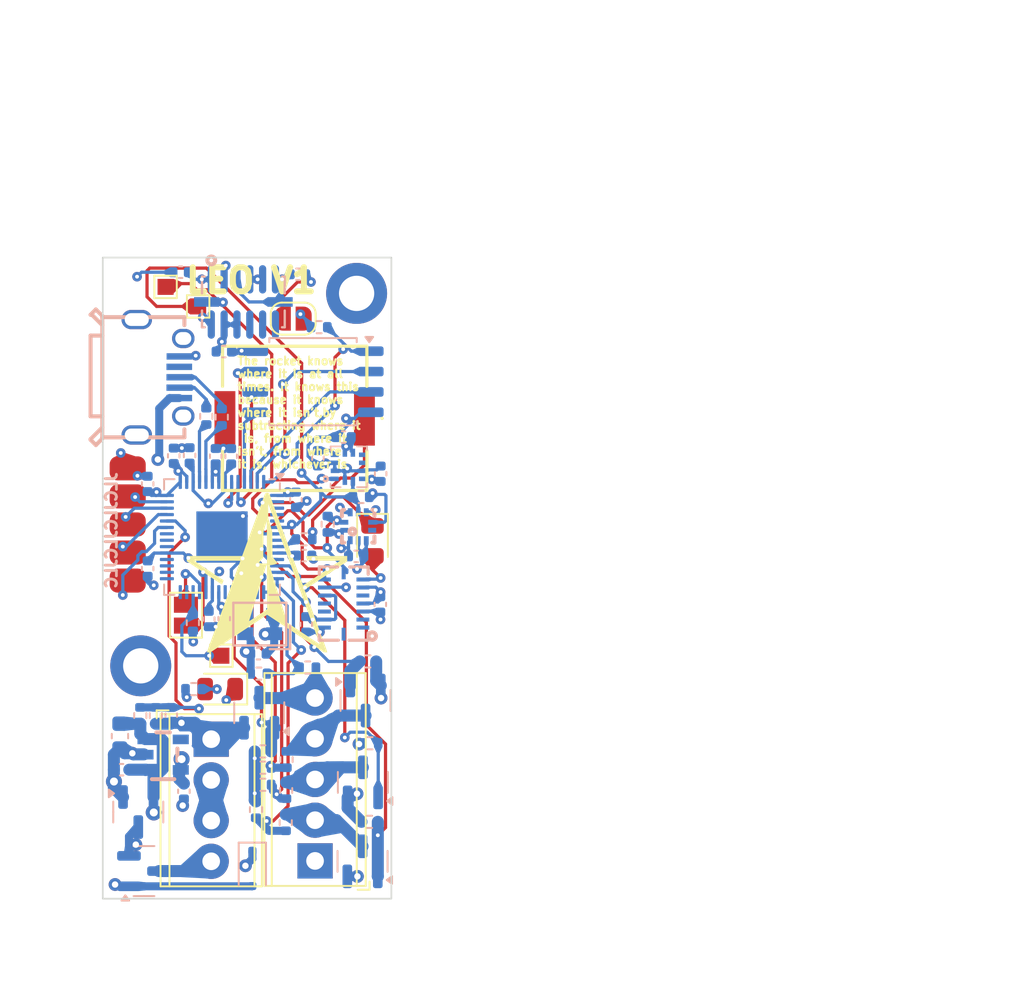
<source format=kicad_pcb>
(kicad_pcb (version 20240108) (generator "pcbnew") (generator_version "8.0")
  (layers (0 "F.Cu" signal) (1 "In1.Cu" power) (2 "In2.Cu" power) (31 "B.Cu" signal) (34 "B.Paste" user) (35 "F.Paste" user) (36 "B.SilkS" user "B.Silkscreen") (37 "F.SilkS" user "F.Silkscreen") (38 "B.Mask" user) (39 "F.Mask" user) (44 "Edge.Cuts" user))
  (net 0 "")
  (net 1 "GND")
  (net 2 "+3V3")
  (net 3 "+1V1")
  (net 4 "/BATT POSTSW")
  (net 5 "+BATT")
  (net 7 "Net-(D2-A)")
  (net 8 "/P4-")
  (net 9 "/P3-")
  (net 10 "/P2-")
  (net 11 "/P1-")
  (net 12 "/RUN")
  (net 13 "/BOOTSEL")
  (net 14 "/SWCLK")
  (net 15 "/SWD")
  (net 16 "/USB_D-")
  (net 17 "/USB_D+")
  (net 18 "/SCL")
  (net 20 "/BRKOUT4")
  (net 21 "/BRKOUT3")
  (net 22 "/BRKOUT2")
  (net 23 "/BRKOUT1")
  (net 24 "/P1 EN ")
  (net 25 "/P2 EN ")
  (net 26 "/P3 EN ")
  (net 27 "/P4 EN ")
  (net 28 "/BATT SENSE ")
  (net 29 "/P1 CONT ")
  (net 30 "/P3 CONT ")
  (net 31 "/RP USB_D+")
  (net 32 "/RP USB_D-")
  (net 33 "/P2 CONT ")
  (net 34 "/QSPI_SS")
  (net 35 "/P4 CONT ")
  (net 36 "Net-(D3-K)")
  (net 37 "/SDA")
  (net 39 "/QSPI_SD1")
  (net 40 "/QSPI_SD2")
  (net 41 "/QSPI_SDO")
  (net 42 "/QSPI_SCLK")
  (net 43 "/QSPI_SD3")
  (net 44 "/XIN")
  (net 47 "/LEDINDICATION")
  (net 51 "/BUZZER")
  (net 62 "Net-(U4-C1)")
  (net 65 "/BATT RAW")
  (net 66 "VBUS")
  (net 67 "Net-(D1-K)")
  (footprint "SamacSys_Parts:PKMCS0909E4000R1" (layer "F.Cu") (at 196.5706 91.059 180)
    (property "Reference" "BZ1" (hide yes))
    (property "Value" "Buzzer" (hide yes))
  )
  (footprint "Jumper:SolderJumper-2_P1.3mm_Open_RoundedPad1.0x1.5mm" (layer "F.Cu") (at 196.4794 84.836)
    (property "Reference" "J4" (hide yes))
    (property "Value" "Conn_01x02")
  )
  (footprint "TestPoint:TestPoint_Pad_1.0x1.0mm" (layer "F.Cu") (at 191.9986 105.8672)
    (property "Reference" "TP1" (hide yes))
    (property "Value" "TestPoint")
  )
  (footprint "TerminalBlock_Phoenix:TerminalBlock_Phoenix_MPT-0,5-5-2.54_1x05_P2.54mm_Horizontal" (layer "F.Cu") (at 197.8406 118.6688 90)
    (property "Reference" "J6" (hide yes))
    (property "Value" "Screw_Terminal_01x05")
  )
  (footprint "LOGO" (layer "F.Cu") (at 194.8434 100.6602)
    (property "Reference" "G***" (hide yes))
    (property "Value" "LOGO" (hide yes))
  )
  (footprint "MountingHole:MountingHole_2.2mm_M2_DIN965_Pad" (layer "F.Cu") (at 200.4314 83.2612)
    (property "Reference" "H1" (hide yes))
    (property "Value" "MountingHole_Pad")
  )
  (footprint "TerminalBlock_Phoenix:TerminalBlock_Phoenix_MPT-0,5-4-2.54_1x04_P2.54mm_Horizontal" (layer "F.Cu") (at 191.3636 111.0742 -90)
    (property "Reference" "J2" (hide yes))
    (property "Value" "Screw_Terminal_01x04")
  )
  (footprint ".pretty:Pad_01x_05" (layer "F.Cu") (at 186.1566 103.679)
    (property "Reference" "J5" (hide yes))
    (property "Value" "Conn_01x05")
  )
  (footprint "Jumper:SolderJumper-2_P1.3mm_Open_Pad1.0x1.5mm" (layer "F.Cu") (at 189.7888 103.3376 90)
    (property "Reference" "J1" (hide yes))
    (property "Value" "Conn_01x02")
  )
  (footprint "MountingHole:MountingHole_2.2mm_M2_DIN965_Pad" (layer "F.Cu") (at 186.9694 106.4979)
    (property "Reference" "H2" (hide yes))
    (property "Value" "MountingHole_Pad")
  )
  (footprint "TestPoint:TestPoint_Pad_1.0x1.0mm" (layer "F.Cu") (at 188.5188 82.8548)
    (property "Reference" "TP4" (hide yes))
    (property "Value" "TestPoint")
  )
  (footprint "TestPoint:TestPoint_Pad_1.0x1.0mm" (layer "F.Cu") (at 190.5508 84.074)
    (property "Reference" "TP3" (hide yes))
    (property "Value" "TestPoint")
  )
  (footprint "LED_SMD:LED_0805_2012Metric" (layer "F.Cu") (at 191.9224 107.95 180)
    (property "Reference" "D2" (hide yes))
    (property "Value" "LED")
  )
  (footprint "LED_SMD:LED_0805_2012Metric" (layer "F.Cu") (at 201.422 98.7044 -90)
    (property "Reference" "D3" (hide yes))
    (property "Value" "LED")
  )
  (footprint "Resistor_SMD:R_0402_1005Metric" (layer "B.Cu") (at 191.0588 90.932 90)
    (property "Reference" "R18" (hide yes))
    (property "Value" "22R")
  )
  (footprint "Capacitor_SMD:C_0402_1005Metric" (layer "B.Cu") (at 188.8744 109.5756 -90)
    (property "Reference" "C3" (hide yes))
    (property "Value" "100n")
  )
  (footprint "Capacitor_SMD:C_0402_1005Metric" (layer "B.Cu") (at 190.0176 93.3706 90)
    (property "Reference" "C18" (hide yes))
    (property "Value" "1u")
  )
  (footprint "Resistor_SMD:R_0402_1005Metric" (layer "B.Cu") (at 197.1548 98.6028)
    (property "Reference" "R28" (hide yes))
    (property "Value" "1k")
  )
  (footprint "Package_TO_SOT_SMD:SOT-23" (layer "B.Cu") (at 194.3608 109.4232 90)
    (property "Reference" "Q4" (hide yes))
    (property "Value" "AO3400A")
  )
  (footprint "Resistor_SMD:R_0402_1005Metric" (layer "B.Cu") (at 186.944 109.601 90)
    (property "Reference" "R2" (hide yes))
    (property "Value" "30k")
  )
  (footprint "Resistor_SMD:R_0402_1005Metric" (layer "B.Cu") (at 200.7108 95.9612 180)
    (property "Reference" "R13" (hide yes))
    (property "Value" "5.1k")
  )
  (footprint "Resistor_SMD:R_0402_1005Metric" (layer "B.Cu") (at 190.2714 107.95 180)
    (property "Reference" "R3" (hide yes))
    (property "Value" "1k")
  )
  (footprint "Capacitor_SMD:C_0402_1005Metric" (layer "B.Cu") (at 191.6432 93.4188 90)
    (property "Reference" "C24" (hide yes))
    (property "Value" "100n")
  )
  (footprint "Capacitor_SMD:C_0402_1005Metric" (layer "B.Cu") (at 201.909593 102.665107 90)
    (property "Reference" "C1" (hide yes))
    (property "Value" "100n")
  )
  (footprint "Package_TO_SOT_SMD:SOT-23" (layer "B.Cu") (at 200.8022 118.6965 90)
    (property "Reference" "Q9" (hide yes))
    (property "Value" "AO3400A")
  )
  (footprint "Capacitor_SMD:C_0402_1005Metric" (layer "B.Cu") (at 201.93 94.5134 90)
    (property "Reference" "C12" (hide yes))
    (property "Value" "100n")
  )
  (footprint "easyeda2kicad:SENSORM-SMD_BMP388" (layer "B.Cu") (at 200.533 97.79 -90)
    (property "Reference" "U3" (hide yes))
    (property "Value" "BMP388")
  )
  (footprint "Resistor_SMD:R_0402_1005Metric" (layer "B.Cu") (at 192.024 90.9828 -90)
    (property "Reference" "R15" (hide yes))
    (property "Value" "22R")
  )
  (footprint "Package_SO:SOIC-8_5.23x5.23mm_P1.27mm" (layer "B.Cu") (at 197.7136 88.773 180)
    (property "Reference" "U9" (hide yes))
    (property "Value" "W25Q128JVS")
  )
  (footprint "Resistor_SMD:R_0402_1005Metric" (layer "B.Cu") (at 196.0372 114.2746 -90)
    (property "Reference" "R20" (hide yes))
    (property "Value" "30k")
  )
  (footprint "Resistor_SMD:R_0402_1005Metric" (layer "B.Cu") (at 198.628 97.663 90)
    (property "Reference" "R16" (hide yes))
    (property "Value" "5.1k")
  )
  (footprint "Capacitor_SMD:C_0402_1005Metric" (layer "B.Cu") (at 189.027 93.3934 90)
    (property "Reference" "C21" (hide yes))
    (property "Value" "100n")
  )
  (footprint "Resistor_SMD:R_0402_1005Metric" (layer "B.Cu") (at 190.2206 103.8098 90)
    (property "Reference" "R1" (hide yes))
    (property "Value" "5.1k")
  )
  (footprint "Capacitor_SMD:C_0402_1005Metric" (layer "B.Cu") (at 200.406 99.6696)
    (property "Reference" "C4" (hide yes))
    (property "Value" "100n")
  )
  (footprint "Diode_SMD:D_SOD-323F" (layer "B.Cu") (at 193.929 119.1378 -90)
    (property "Reference" "D1" (hide yes))
    (property "Value" "D_Schottky")
  )
  (footprint "Resistor_SMD:R_0402_1005Metric" (layer "B.Cu") (at 196.0626 112.3442 -90)
    (property "Reference" "R24" (hide yes))
    (property "Value" "30k")
  )
  (footprint "Package_TO_SOT_SMD:SOT-23" (layer "B.Cu") (at 200.8226 113.7689 90)
    (property "Reference" "Q5" (hide yes))
    (property "Value" "AO3400A")
  )
  (footprint "Resistor_SMD:R_0402_1005Metric" (layer "B.Cu") (at 194.5894 111.8362)
    (property "Reference" "R17" (hide yes))
    (property "Value" "1k")
  )
  (footprint "Resistor_SMD:R_0402_1005Metric" (layer "B.Cu") (at 194.5894 113.919 180)
    (property "Reference" "R21" (hide yes))
    (property "Value" "51k")
  )
  (footprint "Capacitor_SMD:C_0402_1005Metric" (layer "B.Cu") (at 192.1738 103.5532 -90)
    (property "Reference" "C23" (hide yes))
    (property "Value" "100n")
  )
  (footprint "easyeda2kicad:OSC-SMD_4P-L2.0-W1.6-BL" (layer "B.Cu") (at 194.3934 103.8956 180)
    (property "Reference" "X2" (hide yes))
    (property "Value" "SX1M12.000M10F30TNN")
  )
  (footprint "Capacitor_SMD:C_0402_1005Metric" (layer "B.Cu") (at 191.2112 103.5786 -90)
    (property "Reference" "C17" (hide yes))
    (property "Value" "100n")
  )
  (footprint "Capacitor_SMD:C_0402_1005Metric" (layer "B.Cu") (at 197.2875 103.909 -90)
    (property "Reference" "C2" (hide yes))
    (property "Value" "100n")
  )
  (footprint "Capacitor_SMD:C_0402_1005Metric" (layer "B.Cu") (at 192.6084 93.4214 90)
    (property "Reference" "C16" (hide yes))
    (property "Value" "100n")
  )
  (footprint "Package_DFN_QFN:QFN-56-1EP_7x7mm_P0.4mm_EP3.2x3.2mm" (layer "B.Cu") (at 192.0368 98.4632 180)
    (property "Reference" "U8" (hide yes))
    (property "Value" "RP2040")
  )
  (footprint "Resistor_SMD:R_0402_1005Metric" (layer "B.Cu") (at 201.1426 106.2228 180)
    (property "Reference" "R10" (hide yes))
    (property "Value" "1k")
  )
  (footprint "Package_TO_SOT_SMD:SOT-23" (layer "B.Cu") (at 200.9902 108.6635 -90)
    (property "Reference" "Q2" (hide yes))
    (property "Value" "AO3400A")
  )
  (footprint "Resistor_SMD:R_0402_1005Metric" (layer "B.Cu") (at 197.3834 106.6038 180)
    (property "Reference" "R26" (hide yes))
    (property "Value" "30k")
  )
  (footprint "Resistor_SMD:R_0402_1005Metric" (layer "B.Cu") (at 194.3354 106.9848 180)
    (property "Reference" "R27" (hide yes))
    (property "Value" "51k")
  )
  (footprint "Capacitor_SMD:C_0603_1608Metric" (layer "B.Cu") (at 185.674 110.8834 -90)
    (property "Reference" "C7" (hide yes))
    (property "Value" "10u")
  )
  (footprint "Resistor_SMD:R_0402_1005Metric" (layer "B.Cu") (at 194.5894 112.8522 180)
    (property "Reference" "R25" (hide yes))
    (property "Value" "51k")
  )
  (footprint "easyeda2kicad:LGA-16_L4.5-W3.0-P0.50-BL" (layer "B.Cu") (at 199.6243 102.611 180)
    (property "Reference" "U2" (hide yes))
    (property "Value" "BMI088")
  )
  (footprint "Resistor_SMD:R_0402_1005Metric" (layer "B.Cu") (at 201.2442 116.2304)
    (property "Reference" "R12" (hide yes))
    (property "Value" "1k")
  )
  (footprint "Capacitor_SMD:C_0402_1005Metric" (layer "B.Cu") (at 199.6186 92.2274 180)
    (property "Reference" "C9" (hide yes))
    (property "Value" "100n")
  )
  (footprint "Capacitor_SMD:C_0402_1005Metric" (layer "B.Cu") (at 194.31 105.7402 180)
    (property "Reference" "C13" (hide yes))
    (property "Value" "100n")
  )
  (footprint "Capacitor_SMD:C_0402_1005Metric" (layer "B.Cu") (at 196.6496 96.139 -90)
    (property "Reference" "C25" (hide yes))
    (property "Value" "100n")
  )
  (footprint "Capacitor_SMD:C_0402_1005Metric" (layer "B.Cu") (at 187.4012 100.4316 -90)
    (property "Reference" "C19" (hide yes))
    (property "Value" "1u")
  )
  (footprint "Capacitor_SMD:C_0402_1005Metric" (layer "B.Cu") (at 189.4586 81.9404 180)
    (property "Reference" "C50" (hide yes))
    (property "Value" "100n")
  )
  (footprint "Capacitor_SMD:C_0402_1005Metric" (layer "B.Cu") (at 198.0184 93.5482 -90)
    (property "Reference" "C8" (hide yes))
    (property "Value" "100n")
  )
  (footprint "easyeda2kicad:MICRO-USB-SMD_U254-051T-4BHJ25-F2S" (layer "B.Cu") (at 188.1729 88.4938 90)
    (property "Reference" "J7" (hide yes))
    (property "Value" "USB_B_Micro")
  )
  (footprint "Capacitor_SMD:C_0402_1005Metric" (layer "B.Cu") (at 197.1548 99.6188)
    (property "Reference" "C26" (hide yes))
    (property "Value" "100n")
  )
  (footprint "easyeda2kicad:LGA-14_L5.0-W3.0-P0.80-BL" (layer "B.Cu") (at 193.3702 83.7946)
    (property "Reference" "U5" (hide yes))
    (property "Value" "ADXL375BCCZ-RL7")
  )
  (footprint "Resistor_SMD:R_0402_1005Metric" (layer "B.Cu") (at 194.1576 115.4684 90)
    (property "Reference" "R23" (hide yes))
    (property "Value" "51k")
  )
  (footprint "Capacitor_SMD:C_0402_1005Metric" (layer "B.Cu") (at 196.7738 82.07)
    (property "Reference" "C32" (hide yes))
    (property "Value" "1u")
  )
  (footprint "Package_TO_SOT_SMD:SOT-23" (layer "B.Cu") (at 186.817 115.6208 -90)
    (property "Reference" "Q3" (hide yes))
    (property "Value" "AO3401A")
  )
  (footprint "Resistor_SMD:R_0402_1005Metric" (layer "B.Cu") (at 196.0118 116.2812 -90)
    (property "Reference" "R22" (hide yes))
    (property "Value" "30k")
  )
  (footprint "Capacitor_SMD:C_0402_1005Metric" (layer "B.Cu") (at 187.4012 95.1484 90)
    (property "Reference" "C22" (hide yes))
    (property "Value" "100n")
  )
  (footprint ".pretty:SOT-23-5_L2.9-W1.6-P0.95-LS2.8-BR" (layer "B.Cu") (at 188.3664 112.0394 180)
    (property "Reference" "U6" (hide yes))
    (property "Value" "RT9013-33GB_C19268157")
  )
  (footprint ".pretty:LGA-12_L2.0-W2.0-P0.50-BL" (layer "B.Cu") (at 199.9488 94.0816 90)
    (property "Reference" "U4" (hide yes))
    (property "Value" "LIS3MDLTR")
  )
  (footprint "Capacitor_SMD:C_0402_1005Metric" (layer "B.Cu") (at 185.7756 112.9792 180)
    (property "Reference" "C6" (hide yes))
    (property "Value" "1u")
  )
  (footprint "Capacitor_SMD:C_0402_1005Metric" (layer "B.Cu") (at 192.151 86.8934 180)
    (property "Reference" "C27" (hide yes))
    (property "Value" "100n")
  )
  (footprint "Resistor_SMD:R_0402_1005Metric" (layer "B.Cu") (at 201.2696 111.3282)
    (property "Reference" "R11" (hide yes))
    (property "Value" "1k")
  )
  (footprint "Package_TO_SOT_SMD:SOT-23" (layer "B.Cu") (at 187.1726 119.3038)
    (property "Reference" "Q1" (hide yes))
    (property "Value" "AO3401A")
  )
  (footprint "Resistor_SMD:R_0402_1005Metric" (layer "B.Cu") (at 198.0946 85.3694 180)
    (property "Reference" "R14" (hide yes))
    (property "Value" "1k")
  )
  (footprint "Capacitor_SMD:C_0402_1005Metric" (layer "B.Cu") (at 189.6618 114.3254 -90)
    (property "Reference" "C5" (hide yes))
    (property "Value" "1u")
  )
  (footprint "Resistor_SMD:R_0402_1005Metric" (layer "B.Cu") (at 187.9092 109.601 -90)
    (property "Reference" "R4" (hide yes))
    (property "Value" "51k")
  )
  (gr_rect (start 184.6 81.025) (end 202.6 121.025) (stroke (width 0.1)) (fill none) (layer "Edge.Cuts"))
  (gr_text "JLCJLCJLCJLC" (at 185.547 94.3356 90) (layer "B.SilkS") (effects (font (size 0.7 0.7) (thickness 0.175) (bold yes)) (justify left bottom mirror)))
  (gr_text "The rocket knows \nwhere it is at all \ntimes. It knows this \nbecause it knows \nwhere it isn't,by \nsubtracting where it\n is, from where it \nisn't, from where \nit is, whichever is " (at 192.9384 94.2086 0) (layer "F.SilkS") (effects (font (size 0.5 0.5) (thickness 0.125) (bold yes)) (justify left bottom)))
  (gr_text "LEO V1" (at 189.611 83.3374 0) (layer "F.SilkS") (effects (font (size 1.5 1.5) (thickness 0.375) (bold yes)) (justify left bottom)))
  (segment (start 195.7936 84.2622) (end 195.7936 83.5072) (width 0.2) (layer "F.Cu") (net 1))
  (segment (start 196.7508 82.55) (end 197.5866 82.55) (width 0.2) (layer "F.Cu") (net 1))
  (segment (start 195.7936 83.5072) (end 196.7508 82.55) (width 0.2) (layer "F.Cu") (net 1))
  (segment (start 192.8599 108.0793) (end 192.3034 108.6358) (width 0.2) (layer "F.Cu") (net 1))
  (segment (start 185.8518 93.345) (end 185.7248 93.218) (width 0.2) (layer "F.Cu") (net 1))
  (segment (start 185.8518 94.1028) (end 185.8518 93.345) (width 0.2) (layer "F.Cu") (net 1))
  (via (at 186.7408 82.2198) (size 0.6) (drill 0.24) (layers "F.Cu" "B.Cu") (net 1))
  (via (at 200.4822 119.634) (size 0.8) (drill 0.4) (layers "F.Cu" "B.Cu") (net 1))
  (via (at 186.76435 94.64035) (size 0.6) (drill 0.24) (layers "F.Cu" "B.Cu") (net 1))
  (via (at 197.742213 99.825168) (size 0.6) (drill 0.24) (layers "F.Cu" "B.Cu") (net 1))
  (via (at 198.503568 93.859711) (size 0.6) (drill 0.24) (layers "F.Cu" "B.Cu") (net 1))
  (via (at 185.7248 93.218) (size 0.6) (drill 0.24) (layers "F.Cu" "B.Cu") (net 1))
  (via (at 201.6252 96.774) (size 0.6) (drill 0.24) (layers "F.Cu" "B.Cu") (net 1))
  (via (at 189.5856 115.2144) (size 0.8) (drill 0.4) (layers "F.Cu" "B.Cu") (net 1))
  (via (at 199.8472 94.1832) (size 0.6) (drill 0.24) (layers "F.Cu" "B.Cu") (net 1))
  (via (at 193.3448 97.155) (size 0.6) (drill 0.24) (layers "F.Cu" "B.Cu") (net 1))
  (via (at 190.3984 87.1474) (size 0.6) (drill 0.24) (layers "F.Cu" "B.Cu") (net 1))
  (via (at 191.643 104.0586) (size 0.6) (drill 0.24) (layers "F.Cu" "B.Cu") (net 1))
  (via (at 201.9554 108.5088) (size 0.8) (drill 0.4) (layers "F.Cu" "B.Cu") (net 1))
  (via (at 189.5094 110.0556) (size 0.8) (drill 0.4) (layers "F.Cu" "B.Cu") (net 1))
  (via (at 185.3 113.7158) (size 1) (drill 0.5) (layers "F.Cu" "B.Cu") (net 1))
  (via (at 187.7816 101.473) (size 0.6) (drill 0.24) (layers "F.Cu" "B.Cu") (net 1))
  (via (at 194.2592 82.3846) (size 0.6) (drill 0.24) (layers "F.Cu" "B.Cu") (net 1))
  (via (at 189.5348 92.9134) (size 0.6) (drill 0.24) (layers "F.Cu" "B.Cu") (net 1))
  (via (at 186.445902 111.953) (size 0.8) (drill 0.4) (layers "F.Cu" "B.Cu") (net 1))
  (via (at 193.3194 99.7966) (size 0.6) (drill 0.24) (layers "F.Cu" "B.Cu") (net 1))
  (via (at 199.39 96.6216) (size 0.6) (drill 0.24) (layers "F.Cu" "B.Cu") (net 1))
  (via (at 197.323875 96.214311) (size 0.6) (drill 0.24) (layers "F.Cu" "B.Cu") (net 1))
  (via (at 200.4568 114.4778) (size 0.8) (drill 0.4) (layers "F.Cu" "B.Cu") (net 1))
  (via (at 192.1256 92.9388) (size 0.6) (drill 0.24) (layers "F.Cu" "B.Cu") (net 1))
  (via (at 200.4568 100.457) (size 0.6) (drill 0.24) (layers "F.Cu" "B.Cu") (net 1))
  (via (at 201.928337 101.897137) (size 0.6) (drill 0.24) (layers "F.Cu" "B.Cu") (net 1))
  (via (at 198.1463 104.389) (size 0.6) (drill 0.24) (layers "F.Cu" "B.Cu") (net 1))
  (via (at 194.0794 112.268) (size 0.6) (drill 0.24) (layers "F.Cu" "B.Cu") (net 1))
  (via (at 192.3034 108.6358) (size 0.6) (drill 0.24) (layers "F.Cu" "B.Cu") (net 1))
  (via (at 197.5866 82.55) (size 0.6) (drill 0.24) (layers "F.Cu" "B.Cu") (net 1))
  (via (at 192.273583 81.525) (size 0.6) (drill 0.24) (layers "F.Cu" "B.Cu") (net 1))
  (via (at 199.772622 101.600458) (size 0.6) (drill 0.24) (layers "F.Cu" "B.Cu") (net 1))
  (via (at 194.0794 114.4524) (size 0.6) (drill 0.24) (layers "F.Cu" "B.Cu") (net 1))
  (via (at 200.5838 111.379) (size 0.8) (drill 0.4) (layers "F.Cu" "B.Cu") (net 1))
  (via (at 199.770598 91.059) (size 0.6) (drill 0.24) (layers "F.Cu" "B.Cu") (net 1))
  (via (at 192.026596 86.279113) (size 0.6) (drill 0.24) (layers "F.Cu" "B.Cu") (net 1))
  (via (at 193.546031 105.601745) (size 0.8) (drill 0.4) (layers "F.Cu" "B.Cu") (net 1))
  (segment (start 189.5094 110.0556) (end 188.8744 110.0556) (width 0.75) (layer "B.Cu") (net 1))
  (segment (start 191.3636 111.0742) (end 190.345 110.0556) (width 0.75) (layer "B.Cu") (net 1))
  (segment (start 189.9948 92.9134) (end 189.5348 92.9134) (width 0.2) (layer "B.Cu") (net 1))
  (segment (start 201.6526 107.4384) (end 201.9402 107.726) (width 0.75) (layer "B.Cu") (net 1))
  (segment (start 199.5588 94.3316) (end 199.9488 94.3316) (width 0.2) (layer "B.Cu") (net 1))
  (segment (start 186.513102 112.0202) (end 186.445902 111.953) (width 0.75) (layer "B.Cu") (net 1))
  (segment (start 200.033 96.92) (end 199.6884 96.92) (width 0.2) (layer "B.Cu") (net 1))
  (segment (start 192.1702 85.2046) (end 192.1702 86.135509) (width 0.2) (layer "B.Cu") (net 1))
  (segment (start 201.0218 102.5906) (end 201.5041 102.5906) (width 0.2) (layer "B.Cu") (net 1))
  (segment (start 185.2956 114.1119) (end 185.867 114.6833) (width 0.75) (layer "B.Cu") (net 1))
  (segment (start 201.6218 101.5906) (end 201.0218 101.5906) (width 0.2) (layer "B.Cu") (net 1))
  (segment (start 185.9686 111.953) (end 185.674 111.6584) (width 0.75) (layer "B.Cu") (net 1))
  (segment (start 199.9488 94.3316) (end 199.9488 94.2848) (width 0.2) (layer "B.Cu") (net 1))
  (segment (start 193.8254 106.9848) (end 193.8254 104.8276) (width 0.5) (layer "B.Cu") (net 1))
  (segment (start 192.1702 86.135509) (end 192.026596 86.279113) (width 0.2) (layer "B.Cu") (net 1))
  (segment (start 200.4568 100.457) (end 200.886 100.0278) (width 0.2) (layer "B.Cu") (net 1))
  (segment (start 200.3184 91.0476) (end 200.688 90.678) (width 0.2) (layer "B.Cu") (net 1))
  (segment (start 199.9488 94.3316) (end 200.8288 94.3316) (width 0.2) (layer "B.Cu") (net 1))
  (segment (start 192.6194 100.94944) (end 192.6194 100.4966) (width 0.2) (layer "B.Cu") (net 1))
  (segment (start 197.2875 104.389) (end 198.1463 104.389) (width 0.2) (layer "B.Cu") (net 1))
  (segment (start 197.923066 92.2274) (end 197.4084 92.742066) (width 0.2) (layer "B.Cu") (net 1))
  (segment (start 201.9402 108.4936) (end 201.9554 108.5088) (width 0.5) (layer "B.Cu") (net 1))
  (segment (start 199.0688 94.0144) (end 199.0598 94.0054) (width 0.2) (layer "B.Cu") (net 1))
  (segment (start 194.0794 114.8802) (end 194.1576 114.9584) (width 0.75) (layer "B.Cu") (net 1))
  (segment (start 194.0794 111.8362) (end 194.0794 114.8802) (width 0.75) (layer "B.Cu") (net 1))
  (segment (start 199.8726 114.7064) (end 199.8726 115.3688) (width 0.75) (layer "B.Cu") (net 1))
  (segment (start 200.8888 94.2716) (end 201.6918 94.2716) (width 0.2) (layer "B.Cu") (net 1))
  (segment (start 201.6252 96.774) (end 201.4792 96.92) (width 0.2) (layer "B.Cu") (net 1))
  (segment (start 197.4084 92.742066) (end 197.4084 93.4182) (width 0.2) (layer "B.Cu") (net 1))
  (segment (start 201.5041 102.5906) (end 201.909593 102.185107) (width 0.2) (layer "B.Cu") (net 1))
  (segment (start 194.5702 82.3846) (end 193.7702 82.3846) (width 0.2) (layer "B.Cu") (net 1))
  (segment (start 198.0184 94.0282) (end 198.335079 94.0282) (width 0.2) (layer "B.Cu") (net 1))
  (segment (start 187.0202 81.9404) (end 186.7408 82.2198) (width 0.2) (layer "B.Cu") (net 1))
  (segment (start 188.819 110.111) (end 188.8744 110.0556) (width 0.75) (layer "B.Cu") (net 1))
  (segment (start 189.6618 114.8054) (end 189.6618 115.1382) (width 0.5) (layer "B.Cu") (net 1))
  (segment (start 185.2956 112.0368) (end 185.674 111.6584) (width 0.75) (layer "B.Cu") (net 1))
  (segment (start 198.215 93.8316) (end 198.0184 94.0282) (width 0.2) (layer "B.Cu") (net 1))
  (segment (start 199.9488 94.2848) (end 199.8472 94.1832) (width 0.2) (layer "B.Cu") (net 1))
  (segment (start 189.027 92.9134) (end 189.5348 92.9134) (width 0.2) (layer "B.Cu") (net 1))
  (segment (start 200.533 99.3166) (end 200.886 99.6696) (width 0.2) (layer "B.Cu") (net 1))
  (segment (start 185.2956 113.7158) (end 185.2956 114.1119) (width 0.75) (layer "B.Cu") (net 1))
  (segment (start 198.1463 104.389) (end 198.4243 104.111) (width 0.2) (layer "B.Cu") (net 1))
  (segment (start 201.928337 101.897137) (end 201.6218 101.5906) (width 0.2) (layer "B.Cu") (net 1))
  (segment (start 200.533 98.66) (end 200.533 99.3166) (width 0.2) (layer "B.Cu") (net 1))
  (segment (start 200.307 91.059) (end 199.770598 91.059) (width 0.2) (layer "B.Cu") (net 1))
  (segment (start 199.6884 96.92) (end 199.39 96.6216) (width 0.2) (layer "B.Cu") (net 1))
  (segment (start 199.1386 92.2274) (end 197.923066 92.2274) (width 0.2) (layer "B.Cu") (net 1))
  (segment (start 197.2538 82.2172) (end 197.5866 82.55) (width 0.2) (layer "B.Cu") (net 1))
  (segment (start 192.1702 86.3942) (end 191.671 86.8934) (width 0.2) (layer "B.Cu") (net 1))
  (segment (start 197.4084 93.4182) (end 198.0184 94.0282) (width 0.2) (layer "B.Cu") (net 1))
  (segment (start 201.7562 102.5156) (end 202.1078 102.164) (width 0.2) (layer "B.Cu") (net 1))
  (segment (start 187.9092 110.111) (end 188.819 110.111) (width 0.75) (layer "B.Cu") (net 1))
  (segment (start 201.928337 101.897137) (end 201.928337 102.166363) (width 0.2) (layer "B.Cu") (net 1))
  (segment (start 199.762764 101.5906) (end 198.6218 101.5906) (width 0.2) (layer "B.Cu") (net 1))
  (segment (start 199.0688 94.3316) (end 199.0688 94.0144) (width 0.2) (layer "B.Cu") (net 1))
  (segment (start 199.6988 94.9616) (end 199.6988 94.4716) (width 0.2) (layer "B.Cu") (net 1))
  (segment (start 201.9402 107.726) (end 201.9402 108.4936) (width 0.5) (layer "B.Cu") (net 1))
  (segment (start 196.846872 96.619) (end 197.251561 96.214311) (width 0.2) (layer "B.Cu") (net 1))
  (segment (start 198.335079 94.0282) (end 198.503568 93.859711) (width 0.2) (layer "B.Cu") (net 1))
  (segment (start 190.345 110.0556) (end 189.5094 110.0556) (width 0.75) (layer "B.Cu") (net 1))
  (segment (start 187.1648 112.0202) (end 186.513102 112.0202) (width 0.75) (layer "B.Cu") (net 1))
  (segment (start 199.8522 119.634) (end 200.4822 119.634) (width 0.5) (layer "B.Cu") (net 1))
  (segment (start 199.5588 94.3316) (end 199.0688 94.3316) (width 0.2) (layer "B.Cu") (net 1))
  (segment (start 185.2956 112.9792) (end 185.2956 112.0368) (width 0.75) (layer "B.Cu") (net 1))
  (segment (start 192.1256 92.9388) (end 192.6058 92.9388) (width 0.2) (layer "B.Cu") (net 1))
  (segment (start 199.8726 115.3688) (end 200.7342 116.2304) (width 0.75) (layer "B.Cu") (net 1))
  (segment (start 192.1702 82.3846) (end 192.1702 81.628383) (width 0.2) (layer "B.Cu") (net 1))
  (segment (start 188.9786 81.9404) (end 187.0202 81.9404) (width 0.2) (layer "B.Cu") (net 1))
  (segment (start 189.3829 87.1938) (end 190.352 87.1938) (width 0.2) (layer "B.Cu") (net 1))
  (segment (start 193.8254 104.8276) (end 193.4934 104.4956) (width 0.5) (layer "B.Cu") (net 1))
  (segment (start 199.6988 94.4716) (end 199.5588 94.3316) (width 0.2) (layer "B.Cu") (net 1))
  (segment (start 193.0368 101.36684) (end 192.6194 100.94944) (width 0.2) (layer "B.Cu") (net 1))
  (segment (start 201.033 98.66) (end 201.033 99.5226) (width 0.2) (layer "B.Cu") (net 1))
  (segment (start 189.6618 115.1382) (end 189.5856 115.2144) (width 0.5) (layer "B.Cu") (net 1))
  (segment (start 199.772622 101.600458) (end 199.762764 101.5906) (width 0.2) (layer "B.Cu") (net 1))
  (segment (start 201.928337 102.166363) (end 201.909593 102.185107) (width 0.2) (layer "B.Cu") (net 1))
  (segment (start 193.0368 101.9007) (end 193.0368 101.36684) (width 0.2) (layer "B.Cu") (net 1))
  (segment (start 192.1702 85.2046) (end 192.1702 86.3942) (width 0.2) (layer "B.Cu") (net 1))
  (segment (start 187.4012 94.6684) (end 186.7924 94.6684) (width 0.2) (layer "B.Cu") (net 1))
  (segment (start 192.1702 81.628383) (end 192.273583 81.525) (width 0.2) (layer "B.Cu") (net 1))
  (segment (start 187.579 101.473) (end 187.7816 101.473) (width 0.2) (layer "B.Cu") (net 1))
  (segment (start 191.2112 104.0586) (end 192.1484 104.0586) (width 0.5) (layer "B.Cu") (net 1))
  (segment (start 201.909593 102.362207) (end 201.7562 102.5156) (width 0.2) (layer "B.Cu") (net 1))
  (segment (start 199.0688 93.8316) (end 198.215 93.8316) (width 0.2) (layer "B.Cu") (net 1))
  (segment (start 201.6918 94.2716) (end 201.93 94.0334) (width 0.2) (layer "B.Cu") (net 1))
  (segment (start 199.8726 114.7064) (end 200.2282 114.7064) (width 0.5) (layer "B.Cu") (net 1))
  (segment (start 192.9702 85.2046) (end 192.1702 85.2046) (width 0.2) (layer "B.Cu") (net 1))
  (segment (start 186.445902 111.953) (end 185.9686 111.953) (width 0.75) (layer "B.Cu") (net 1))
  (segment (start 192.6194 100.4966) (end 193.3194 99.7966) (width 0.2) (layer "B.Cu") (net 1))
  (segment (start 200.6346 111.3282) (end 200.5838 111.379) (width 0.5) (layer "B.Cu") (net 1))
  (segment (start 197.251561 96.214311) (end 197.323875 96.214311) (width 0.2) (layer "B.Cu") (net 1))
  (segment (start 200.886 100.0278) (end 200.886 99.6696) (width 0.2) (layer "B.Cu") (net 1))
  (segment (start 190.352 87.1938) (end 190.3984 87.1474) (width 0.2) (layer "B.Cu") (net 1))
  (segment (start 201.909593 102.185107) (end 201.909593 102.362207) (width 0.2) (layer "B.Cu") (net 1))
  (segment (start 193.421 110.363) (end 192.0748 110.363) (width 0.75) (layer "B.Cu") (net 1))
  (segment (start 200.2282 114.7064) (end 200.4568 114.4778) (width 0.5) (layer "B.Cu") (net 1))
  (segment (start 201.4792 96.92) (end 201.033 96.92) (width 0.2) (layer "B.Cu") (net 1))
  (segment (start 191.6432 92.9388) (end 192.1256 92.9388) (width 0.2) (layer "B.Cu") (net 1))
  (segment (start 185.2956 113.7158) (end 185.3 113.7158) (width 0.75) (layer "B.Cu") (net 1))
  (segment (start 187.4012 101.2952) (end 187.4774 101.3714) (width 0.2) (layer "B.Cu") (net 1))
  (segment (start 186.7924 94.6684) (end 186.76435 94.64035) (width 0.2) (layer "B.Cu") (net 1))
  (segment (start 199.1386 92.2274) (end 200.3184 91.0476) (width 0.2) (layer "B.Cu") (net 1))
  (segment (start 200.3184 91.0476) (end 200.307 91.059) (width 0.2) (layer "B.Cu") (net 1))
  (segment (start 200.8288 94.3316) (end 200.8888 94.2716) (width 0.2) (layer "B.Cu") (net 1))
  (segment (start 185.2956 112.9792) (end 185.2956 113.7158) (width 0.75) (layer "B.Cu") (net 1))
  (segment (start 187.4774 101.3714) (end 187.579 101.473) (width 0.2) (layer "B.Cu") (net 1))
  (segment (start 187.4012 100.9116) (end 187.4012 101.2952) (width 0.2) (layer "B.Cu") (net 1))
  (segment (start 201.6526 106.2228) (end 201.6526 107.4384) (width 0.75) (layer "B.Cu") (net 1))
  (segment (start 201.3966 100.4824) (end 201.93 101.0158) (width 0.2) (layer "F.Cu") (net 2))
  (segment (start 201.3966 99.3625) (end 201.3966 100.4824) (width 0.2) (layer "F.Cu") (net 2))
  (via (at 201.93 101.0158) (size 0.6) (drill 0.24) (layers "F.Cu" "B.Cu") (net 2))
  (via (at 195.7832 82.3846) (size 0.6) (drill 0.24) (layers "F.Cu" "B.Cu") (net 2))
  (via (at 201.429014 95.722459) (size 0.6) (drill 0.24) (layers "F.Cu" "B.Cu") (net 2))
  (via (at 191.643 94.3864) (size 0.6) (drill 0.24) (layers "F.Cu" "B.Cu") (net 2))
  (via (at 199.466472 99.1616) (size 0.6) (drill 0.24) (layers "F.Cu" "B.Cu") (net 2))
  (via (at 189.936798 99.7712) (size 0.6) (drill 0.24) (layers "F.Cu" "B.Cu") (net 2))
  (via (at 196.1388 95.6564) (size 0.6) (drill 0.24) (layers "F.Cu" "B.Cu") (net 2))
  (via (at 201.921802 103.6066) (size 0.6) (drill 0.24) (layers "F.Cu" "B.Cu") (net 2))
  (via (at 189.312867 94.342287) (size 0.6) (drill 0.24) (layers "F.Cu" "B.Cu") (net 2))
  (via (at 196.413713 99.649967) (size 0.6) (drill 0.24) (layers "F.Cu" "B.Cu") (net 2))
  (via (at 199.772799 92.805859) (size 0.6) (drill 0.24) (layers "F.Cu" "B.Cu") (net 2))
  (via (at 193.260488 86.8396) (size 0.6) (drill 0.24) (layers "F.Cu" "B.Cu") (net 2))
  (via (at 194.731314 104.524286) (size 0.8) (drill 0.4) (layers "F.Cu" "B.Cu") (net 2))
  (via (at 189.8396 108.458) (size 0.6) (drill 0.24) (layers "F.Cu" "B.Cu") (net 2))
  (via (at 187.96 95.6564) (size 0.6) (drill 0.24) (layers "F.Cu" "B.Cu") (net 2))
  (via (at 201.376655 94.873202) (size 0.6) (drill 0.24) (layers "F.Cu" "B.Cu") (net 2))
  (via (at 199.328 98.273461) (size 0.6) (drill 0.24) (layers "F.Cu" "B.Cu") (net 2))
  (via (at 192.0031 102.807572) (size 0.6) (drill 0.24) (layers "F.Cu" "B.Cu") (net 2))
  (via (at 189.5164 112.3188) (size 1) (drill 0.5) (layers "F.Cu" "B.Cu") (net 2))
  (via (at 197.693792 103.610811) (size 0.6) (drill 0.24) (layers "F.Cu" "B.Cu") (net 2))
  (via (at 190.7794 82.3846) (size 0.6) (drill 0.24) (layers "F.Cu" "B.Cu") (net 2))
  (via (at 190.246 104.987602) (size 0.6) (drill 0.24) (layers "F.Cu" "B.Cu") (net 2))
  (segment (start 197.7136 103.611) (end 198.4243 103.611) (width 0.2) (layer "B.Cu") (net 2))
  (segment (start 188.5993 95.8632) (end 187.9092 95.8632) (width 0.2) (layer "B.Cu") (net 2))
  (segment (start 201.6506 103.0906) (end 202.0744 103.0906) (width 0.2) (layer "B.Cu") (net 2))
  (segment (start 187.636 95.8632) (end 187.4012 95.6284) (width 0.2) (layer "B.Cu") (net 2))
  (segment (start 202.1546 97.54) (end 202.2602 97.4344) (width 0.2) (layer "B.Cu") (net 2))
  (segment (start 202.2602 97.4344) (end 202.2602 95.888064) (width 0.2) (layer "B.Cu") (net 2))
  (segment (start 190.7794 82.3846) (end 190.3828 82.3846) (width 0.2) (layer "B.Cu") (net 2))
  (segment (start 201.8552 101.0906) (end 201.93 101.0158) (width 0.2) (layer "B.Cu") (net 2))
  (segment (start 198.628 98.173) (end 199.2122 98.173) (width 0.2) (layer "B.Cu") (net 2))
  (segment (start 193.7202 83.7946) (end 195.6702 83.7946) (width 0.2) (layer "B.Cu") (net 2))
  (segment (start 195.4743 95.8632) (end 196.0372 95.8632) (width 0.2) (layer "B.Cu") (net 2))
  (segment (start 196.413713 99.636513) (end 196.413713 99.649967) (width 0.2) (layer "B.Cu") (net 2))
  (segment (start 191.8368 102.7362) (end 191.908172 102.807572) (width 0.2) (layer "B.Cu") (net 2))
  (segment (start 192.9702 83.0446) (end 193.7202 83.7946) (width 0.2) (layer "B.Cu") (net 2))
  (segment (start 189.8368 95.0257) (end 189.8368 94.6832) (width 0.2) (layer "B.Cu") (net 2))
  (segment (start 187.4494 99.822) (end 187.8082 99.4632) (width 0.2) (layer "B.Cu") (net 2))
  (segment (start 199.894058 92.6846) (end 199.772799 92.805859) (width 0.2) (layer "B.Cu") (net 2))
  (segment (start 191.3702 82.3846) (end 190.7794 82.3846) (width 0.2) (layer "B.Cu") (net 2))
  (segment (start 189.7614 108.3798) (end 189.8396 108.458) (width 0.5) (layer "B.Cu") (net 2))
  (segment (start 189.8368 94.6832) (end 189.027 93.8734) (width 0.2) (layer "B.Cu") (net 2))
  (segment (start 194.1136 86.868) (end 193.288888 86.868) (width 0.2) (layer "B.Cu") (net 2))
  (segment (start 199.926 99.1362) (end 199.926 98.767) (width 0.2) (layer "B.Cu") (net 2))
  (segment (start 189.936798 99.7712) (end 189.628798 99.4632) (width 0.2) (layer "B.Cu") (net 2))
  (segment (start 200.0986 92.2274) (end 200.0986 92.6846) (width 0.2) (layer "B.Cu") (net 2))
  (segment (start 193.288888 86.868) (end 193.260488 86.8396) (width 0.2) (layer "B.Cu") (net 2))
  (segment (start 201.403 97.54) (end 202.1546 97.54) (width 0.2) (layer "B.Cu") (net 2))
  (segment (start 199.312661 98.273461) (end 199.328 98.273461) (width 0.2) (layer "B.Cu") (net 2))
  (segment (start 199.926 99.1362) (end 199.491872 99.1362) (width 0.2) (layer "B.Cu") (net 2))
  (segment (start 199.2122 98.173) (end 199.312661 98.273461) (width 0.2) (layer "B.Cu") (net 2))
  (segment (start 196.0372 95.8632) (end 196.4454 95.8632) (width 0.2) (layer "B.Cu") (net 2))
  (segment (start 197.7136 103.611) (end 197.693981 103.611) (width 0.2) (layer "B.Cu") (net 2))
  (segment (start 192.9702 82.3846) (end 192.9702 83.0446) (width 0.2) (layer "B.Cu") (net 2))
  (segment (start 201.0218 103.0906) (end 201.6506 103.0906) (width 0.2) (layer "B.Cu") (net 2))
  (segment (start 200.0986 92.6846) (end 199.894058 92.6846) (width 0.2) (layer "B.Cu") (net 2))
  (segment (start 195.6702 82.6846) (end 195.3702 82.3846) (width 0.2) (layer "B.Cu") (net 2))
  (segment (start 187.9092 95.7072) (end 187.96 95.6564) (width 0.2) (layer "B.Cu") (net 2))
  (segment (start 196.669 99.4632) (end 196.2404 99.4632) (width 0.2) (layer "B.Cu") (net 2))
  (segment (start 195.2934 105.2368) (end 194.79 105.7402) (width 0.5) (layer "B.Cu") (net 2))
  (segment (start 201.3458 94.8316) (end 201.3458 94.842347) (width 0.2) (layer "B.Cu") (net 2))
  (segment (start 191.6432 94.3862) (end 191.643 94.3864) (width 0.2) (layer "B.Cu") (net 2))
  (segment (start 201.429014 95.752986) (end 201.429014 95.722459) (width 0.2) (layer "B.Cu") (net 2))
  (segment (start 195.9792 82.3846) (end 196.2938 82.07) (width 0.2) (layer "B.Cu") (net 2))
  (segment (start 191.908172 102.807572) (end 192.0031 102.807572) (width 0.2) (layer "B.Cu") (net 2))
  (segment (start 189.4368 94.2832) (end 189.027 93.8734) (width 0.2) (layer "B.Cu") (net 2))
  (segment (start 189.7614 107.95) (end 189.7614 108.3798) (width 0.5) (layer "B.Cu") (net 2))
  (segment (start 196.0372 95.8632) (end 196.0372 95.758) (width 0.2) (layer "B.Cu") (net 2))
  (segment (start 197.4695 103.611) (end 197.7136 103.611) (width 0.2) (layer "B.Cu") (net 2))
  (segment (start 190.2206 104.3198) (end 190.2206 104.962202) (width 0.5) (layer "B.Cu") (net 2))
  (segment (start 197.2875 103.429) (end 197.4695 103.611) (width 0.2) (layer "B.Cu") (net 2))
  (segment (start 191.8368 101.9007) (end 191.8368 102.7362) (width 0.2) (layer "B.Cu") (net 2))
  (segment (start 196.4454 95.8632) (end 196.6496 95.659) (width 0.2) (layer "B.Cu") (net 2))
  (segment (start 199.0493 102.111) (end 199.1243 102.186) (width 0.2) (layer "B.Cu") (net 2))
  (segment (start 192.6818 86.9696) (end 193.130488 86.9696) (width 0.2) (layer "B.Cu") (net 2))
  (segment (start 201.921802 103.361802) (end 201.6506 103.0906) (width 0.2) (layer "B.Cu") (net 2))
  (segment (start 189.3648 113.5484) (end 189.6618 113.8454) (width 0.75) (layer "B.Cu") (net 2))
  (segment (start 201.0218 101.0906) (end 201.8552 101.0906) (width 0.2) (layer "B.Cu") (net 2))
  (segment (start 191.4368 94.1052) (end 191.6432 93.8988) (width 0.2) (layer "B.Cu") (net 2))
  (segment (start 191.4368 95.0257) (end 191.4368 94.1052) (width 0.2) (layer "B.Cu") (net 2))
  (segment (start 199.6988 92.6272) (end 200.0986 92.2274) (width 0.2) (layer "B.Cu") (net 2))
  (segment (start 189.4368 94.4372) (end 189.40778 94.4372) (width 0.2) (layer "B.Cu") (net 2))
  (segment (start 196.0372 95.758) (end 196.1388 95.6564) (width 0.2) (layer "B.Cu") (net 2))
  (segment (start 196.2404 99.4632) (end 195.4743 99.4632) (width 0.2) (layer "B.Cu") (net 2))
  (segment (start 189.3648 112.9702) (end 189.3648 113.5484) (width 0.75) (layer "B.Cu") (net 2))
  (segment (start 199.1243 102.186) (end 199.1243 103.536) (width 0.2) (layer "B.Cu") (net 2))
  (segment (start 201.3458 94.8316) (end 201.7682 94.8316) (width 0.2) (layer "B.Cu") (net 2))
  (segment (start 193.130488 86.9696) (end 193.260488 86.8396) (width 0.2) (layer "B.Cu") (net 2))
  (segment (start 191.6432 93.8988) (end 191.6432 94.3862) (width 0.2) (layer "B.Cu") (net 2))
  (segment (start 201.921802 103.6066) (end 201.921802 103.361802) (width 0.2) (layer "B.Cu") (net 2))
  (segment (start 187.8082 99.4632) (end 188.5993 99.4632) (width 0.2) (layer "B.Cu") (net 2))
  (segment (start 187.9092 95.8632) (end 187.636 95.8632) (width 0.2) (layer "B.Cu") (net 2))
  (segment (start 198.4243 102.111) (end 199.0493 102.111) (width 0.2) (layer "B.Cu") (net 2))
  (segment (start 199.53 98.173) (end 199.663 98.04) (width 0.2) (layer "B.Cu") (net 2))
  (segment (start 191.8368 102.7362) (end 192.1738 103.0732) (width 0.2) (layer "B.Cu") (net 2))
  (segment (start 199.926 99.6696) (end 199.926 99.1362) (width 0.2) (layer "B.Cu") (net 2))
  (segment (start 191.8368 95.0257) (end 191.8368 94.0924) (width 0.2) (layer "B.Cu") (net 2))
  (segment (start 188.5993 95.8632) (end 189.4368 95.0257) (width 0.2) (layer "B.Cu") (net 2))
  (segment (start 196.2404 99.4632) (end 196.413713 99.636513) (width 0.2) (layer "B.Cu") (net 2))
  (segment (start 199.1243 103.536) (end 199.0493 103.611) (width 0.2) (layer "B.Cu") (net 2))
  (segment (start 189.4368 95.0257) (end 189.4368 94.4372) (width 0.2) (layer "B.Cu") (net 2))
  (segment (start 199.926 98.767) (end 200.033 98.66) (width 0.2) (layer "B.Cu") (net 2))
  (segment (start 199.2122 98.173) (end 199.53 98.173) (width 0.2) (layer "B.Cu") (net 2))
  (segment (start 201.3458 94.842347) (end 201.376655 94.873202) (width 0.2) (layer "B.Cu") (net 2))
  (segment (start 197.693981 103.611) (end 197.693792 103.610811) (width 0.2) (layer "B.Cu") (net 2))
  (segment (start 189.40778 94.4372) (end 189.312867 94.342287) (width 0.2) (layer "B.Cu") (net 2))
  (segment (start 202.172164 95.800028) (end 201.381972 95.800028) (width 0.2) (layer "B.Cu") (net 2))
  (segment (start 195.3702 82.3846) (end 195.7832 82.3846) (width 0.2) (layer "B.Cu") (net 2))
  (segment (start 187.9092 95.8632) (end 187.9092 95.7072) (width 0.2) (layer "B.Cu") (net 2))
  (segment (start 190.2206 104.962202) (end 190.246 104.987602) (width 0.5) (layer "B.Cu") (net 2))
  (segment (start 189.628798 99.4632) (end 188.5993 99.4632) (width 0.2) (layer "B.Cu") (net 2))
  (segment (start 189.3648 112.4704) (end 189.5164 112.3188) (width 0.5) (layer "B.Cu") (net 2))
  (segment (start 195.2934 103.2956) (end 195.2934 105.2368) (width 0.5) (layer "B.Cu") (net 2))
  (segment (start 190.3828 82.3846) (end 189.9386 81.9404) (width 0.2) (layer "B.Cu") (net 2))
  (segment (start 199.491872 99.1362) (end 199.466472 99.1616) (width 0.2) (layer "B.Cu") (net 2))
  (segment (start 195.7832 82.3846) (end 195.9792 82.3846) (width 0.2) (layer "B.Cu") (net 2))
  (segment (start 201.2208 95.9612) (end 201.429014 95.752986) (width 0.2) (layer "B.Cu") (net 2))
  (segment (start 202.2602 95.888064) (end 202.172164 95.800028) (width 0.2) (layer "B.Cu") (net 2))
  (segment (start 199.6988 93.2016) (end 199.6988 92.6272) (width 0.2) (layer "B.Cu") (net 2))
  (segment (start 200.0986 93.1014) (end 200.1988 93.2016) (width 0.2) (layer "B.Cu") (net 2))
  (segment (start 191.8368 94.0924) (end 191.6432 93.8988) (width 0.2) (layer "B.Cu") (net 2))
  (segment (start 200.8288 94.8316) (end 201.3458 94.8316) (width 0.2) (layer "B.Cu") (net 2))
  (segment (start 199.0493 103.611) (end 198.4243 103.611) (width 0.2) (layer "B.Cu") (net 2))
  (segment (start 200.0986 92.6846) (end 200.0986 93.1014) (width 0.2) (layer "B.Cu") (net 2))
  (segment (start 189.3648 112.9702) (end 189.3648 112.4704) (width 0.5) (layer "B.Cu") (net 2))
  (segment (start 195.6702 83.7946) (end 195.6702 82.6846) (width 0.2) (layer "B.Cu") (net 2))
  (via (at 191.8716 100.6094) (size 0.6) (drill 0.24) (layers "F.Cu" "B.Cu") (net 3))
  (via (at 191.1858 96.363198) (size 0.6) (drill 0.24) (layers "F.Cu" "B.Cu") (net 3))
  (segment (start 191.2112 103.0986) (end 191.2112 102.66016) (width 0.2) (layer "B.Cu") (net 3))
  (segment (start 190.2368 94.559906) (end 190.2368 95.0257) (width 0.2) (layer "B.Cu") (net 3))
  (segment (start 191.4368 101.9007) (end 191.4368 101.0442) (width 0.2) (layer "B.Cu") (net 3))
  (segment (start 191.1858 96.363198) (end 191.433162 96.363198) (width 0.2) (layer "B.Cu") (net 3))
  (segment (start 192.2368 94.49184) (end 192.2368 95.0257) (width 0.2) (layer "B.Cu") (net 3))
  (segment (start 191.4368 102.43456) (end 191.4368 101.9007) (width 0.2) (layer "B.Cu") (net 3))
  (segment (start 192.6084 94.12024) (end 192.2368 94.49184) (width 0.2) (layer "B.Cu") (net 3))
  (segment (start 191.1858 96.363198) (end 191.040438 96.363198) (width 0.2) (layer "B.Cu") (net 3))
  (segment (start 191.433162 96.363198) (end 192.2368 95.55956) (width 0.2) (layer "B.Cu") (net 3))
  (segment (start 190.2332 94.0662) (end 190.233199 94.556305) (width 0.2) (layer "B.Cu") (net 3))
  (segment (start 191.4368 101.0442) (end 191.8716 100.6094) (width 0.2) (layer "B.Cu") (net 3))
  (segment (start 190.2368 95.55956) (end 190.2368 95.0257) (width 0.2) (layer "B.Cu") (net 3))
  (segment (start 190.0176 93.8506) (end 190.2332 94.0662) (width 0.2) (layer "B.Cu") (net 3))
  (segment (start 191.040438 96.363198) (end 190.2368 95.55956) (width 0.2) (layer "B.Cu") (net 3))
  (segment (start 192.2368 95.55956) (end 192.2368 95.0257) (width 0.2) (layer "B.Cu") (net 3))
  (segment (start 190.233199 94.556305) (end 190.2368 94.559906) (width 0.2) (layer "B.Cu") (net 3))
  (segment (start 191.2112 102.66016) (end 191.4368 102.43456) (width 0.2) (layer "B.Cu") (net 3))
  (segment (start 192.6084 93.9014) (end 192.6084 94.12024) (width 0.2) (layer "B.Cu") (net 3))
  (segment (start 190.754 119.3038) (end 191.3636 118.6942) (width 0.75) (layer "B.Cu") (net 4))
  (segment (start 188.1101 119.3038) (end 190.754 119.3038) (width 0.75) (layer "B.Cu") (net 4))
  (via (at 187.7822 115.6462) (size 1) (drill 0.5) (layers "F.Cu" "B.Cu") (net 5))
  (segment (start 187.767 114.6833) (end 187.767 113.4888) (width 0.75) (layer "B.Cu") (net 5))
  (segment (start 188.2664 112.9894) (end 188.3414 112.9144) (width 0.75) (layer "B.Cu") (net 5))
  (segment (start 188.3414 111.1644) (end 188.2472 111.0702) (width 0.75) (layer "B.Cu") (net 5))
  (segment (start 187.2664 112.9894) (end 188.2664 112.9894) (width 0.75) (layer "B.Cu") (net 5))
  (segment (start 185.674 110.1084) (end 186.9414 110.1084) (width 0.75) (layer "B.Cu") (net 5))
  (segment (start 188.2472 111.0702) (end 187.2664 111.0702) (width 0.75) (layer "B.Cu") (net 5))
  (segment (start 186.2556 112.9792) (end 187.2562 112.9792) (width 0.75) (layer "B.Cu") (net 5))
  (segment (start 186.9414 110.1084) (end 186.944 110.111) (width 0.75) (layer "B.Cu") (net 5))
  (segment (start 186.944 110.7478) (end 187.2664 111.0702) (width 0.75) (layer "B.Cu") (net 5))
  (segment (start 186.944 110.111) (end 186.944 110.7478) (width 0.75) (layer "B.Cu") (net 5))
  (segment (start 187.767 113.4888) (end 188.2664 112.9894) (width 0.75) (layer "B.Cu") (net 5))
  (segment (start 187.2562 112.9792) (end 187.2664 112.9894) (width 0.75) (layer "B.Cu") (net 5))
  (segment (start 188.3414 112.9144) (end 188.3414 111.1644) (width 0.75) (layer "B.Cu") (net 5))
  (via (at 191.7192 107.95) (size 0.6) (drill 0.24) (layers "F.Cu" "B.Cu") (net 7))
  (segment (start 190.7814 107.95) (end 191.7192 107.95) (width 0.2) (layer "B.Cu") (net 7))
  (segment (start 199.172 116.1288) (end 200.8022 117.759) (width 0.75) (layer "B.Cu") (net 8))
  (segment (start 196.0118 115.7712) (end 197.483 115.7712) (width 0.75) (layer "B.Cu") (net 8))
  (segment (start 197.8406 116.1288) (end 199.172 116.1288) (width 0.75) (layer "B.Cu") (net 8))
  (segment (start 196.0372 113.7646) (end 197.6648 113.7646) (width 0.75) (layer "B.Cu") (net 9))
  (segment (start 197.8406 113.5888) (end 198.598 112.8314) (width 0.75) (layer "B.Cu") (net 9))
  (segment (start 198.598 112.8314) (end 200.8226 112.8314) (width 0.75) (layer "B.Cu") (net 9))
  (segment (start 196.0626 111.8342) (end 197.0552 111.8342) (width 0.5) (layer "B.Cu") (net 10))
  (segment (start 197.8406 111.0488) (end 199.2884 109.601) (width 0.75) (layer "B.Cu") (net 10))
  (segment (start 197.0552 111.8342) (end 197.8406 111.0488) (width 0.5) (layer "B.Cu") (net 10))
  (segment (start 199.2884 109.601) (end 200.9902 109.601) (width 0.75) (layer "B.Cu") (net 10))
  (segment (start 197.8406 108.5088) (end 194.3918 108.5088) (width 0.75) (layer "B.Cu") (net 11))
  (segment (start 197.8934 106.6038) (end 197.8934 108.456) (width 0.2) (layer "B.Cu") (net 11))
  (segment (start 194.3918 108.5088) (end 194.371 108.488) (width 0.75) (layer "B.Cu") (net 11))
  (segment (start 191.2366 105.8672) (end 191.9986 105.8672) (width 0.2) (layer "F.Cu") (net 12))
  (via (at 191.2366 105.8672) (size 0.6) (drill 0.24) (layers "F.Cu" "B.Cu") (net 12))
  (segment (start 190.2206 103.2998) (end 189.5348 103.9856) (width 0.2) (layer "B.Cu") (net 12))
  (segment (start 189.5348 105.6132) (end 189.7888 105.8672) (width 0.2) (layer "B.Cu") (net 12))
  (segment (start 189.7888 105.8672) (end 191.2366 105.8672) (width 0.2) (layer "B.Cu") (net 12))
  (segment (start 189.5348 103.9856) (end 189.5348 105.6132) (width 0.2) (layer "B.Cu") (net 12))
  (segment (start 190.2368 101.9007) (end 190.2368 103.2836) (width 0.2) (layer "B.Cu") (net 12))
  (via (at 196.9262 84.5566) (size 0.6) (drill 0.24) (layers "F.Cu" "B.Cu") (net 13))
  (segment (start 197.5846 85.215) (end 196.9262 84.5566) (width 0.2) (layer "B.Cu") (net 13))
  (segment (start 190.7388 103.9876) (end 190.8556 103.8708) (width 0.2) (layer "F.Cu") (net 14))
  (segment (start 190.8556 103.8708) (end 190.8556 100.6602) (width 0.2) (layer "F.Cu") (net 14))
  (segment (start 189.7888 103.9876) (end 190.7388 103.9876) (width 0.2) (layer "F.Cu") (net 14))
  (via (at 190.8556 100.6602) (size 0.6) (drill 0.24) (layers "F.Cu" "B.Cu") (net 14))
  (segment (start 191.0368 100.8414) (end 190.8556 100.6602) (width 0.2) (layer "B.Cu") (net 14))
  (segment (start 191.0368 101.9007) (end 191.0368 100.8414) (width 0.2) (layer "B.Cu") (net 14))
  (segment (start 189.7634 100.7618) (end 189.7634 102.6622) (width 0.2) (layer "F.Cu") (net 15))
  (via (at 189.7634 100.7618) (size 0.6) (drill 0.24) (layers "F.Cu" "B.Cu") (net 15))
  (segment (start 190.6368 101.36684) (end 190.03176 100.7618) (width 0.2) (layer "B.Cu") (net 15))
  (segment (start 190.6368 101.9007) (end 190.6368 101.36684) (width 0.2) (layer "B.Cu") (net 15))
  (segment (start 190.03176 100.7618) (end 189.7634 100.7618) (width 0.2) (layer "B.Cu") (net 15))
  (segment (start 191.0588 90.422) (end 191.0588 89.8797) (width 0.2) (layer "B.Cu") (net 16))
  (segment (start 190.3229 89.1438) (end 189.3729 89.1438) (width 0.2) (layer "B.Cu") (net 16))
  (segment (start 191.0588 89.8797) (end 190.3229 89.1438) (width 0.2) (layer "B.Cu") (net 16))
  (segment (start 190.3729 88.4938) (end 192.024 90.1449) (width 0.2) (layer "B.Cu") (net 17))
  (segment (start 189.3729 88.4938) (end 190.3729 88.4938) (width 0.2) (layer "B.Cu") (net 17))
  (segment (start 192.024 90.1449) (end 192.024 90.4728) (width 0.2) (layer "B.Cu") (net 17))
  (segment (start 198.6026 99.1362) (end 197.830271 99.1362) (width 0.2) (layer "F.Cu") (net 18))
  (segment (start 194.3608 97.0788) (end 193.9544 96.6724) (width 0.2) (layer "F.Cu") (net 18))
  (segment (start 198.979804 97.419682) (end 199.200869 97.419682) (width 0.2) (layer "F.Cu") (net 18))
  (segment (start 195.137871 94.8944) (end 196.585671 94.8944) (width 0.2) (layer "F.Cu") (net 18))
  (segment (start 193.9544 96.6724) (end 193.9544 96.077871) (width 0.2) (layer "F.Cu") (net 18))
  (segment (start 195.137871 87.061071) (end 191.115375 83.038575) (width 0.2) (layer "F.Cu") (net 18))
  (segment (start 196.763471 95.0722) (end 197.993 95.0722) (width 0.2) (layer "F.Cu") (net 18))
  (segment (start 197.830271 99.1362) (end 197.0882 98.394129) (width 0.2) (layer "F.Cu") (net 18))
  (segment (start 197.0882 97.534272) (end 196.378728 96.8248) (width 0.2) (layer "F.Cu") (net 18))
  (segment (start 195.137871 94.8944) (end 195.137871 87.061071) (width 0.2) (layer "F.Cu") (net 18))
  (segment (start 198.6026 97.796886) (end 198.979804 97.419682) (width 0.2) (layer "F.Cu") (net 18))
  (segment (start 196.378728 96.8248) (end 196.1388 96.8248) (width 0.2) (layer "F.Cu") (net 18))
  (segment (start 195.8848 97.0788) (end 194.3608 97.0788) (width 0.2) (layer "F.Cu") (net 18))
  (segment (start 194.7926 98.171) (end 194.3862 98.171) (width 0.2) (layer "F.Cu") (net 18))
  (segment (start 196.585671 94.8944) (end 196.763471 95.0722) (width 0.2) (layer "F.Cu") (net 18))
  (segment (start 190.0794 82.6516) (end 188.1378 82.6516) (width 0.2) (layer "F.Cu") (net 18))
  (segment (start 197.993 95.0722) (end 198.247 94.8182) (width 0.2) (layer "F.Cu") (net 18))
  (segment (start 195.8848 97.0788) (end 194.7926 98.171) (width 0.2) (layer "F.Cu") (net 18))
  (segment (start 190.466375 83.038575) (end 190.0794 82.6516) (width 0.2) (layer "F.Cu") (net 18))
  (segment (start 196.1388 96.8248) (end 195.8848 97.0788) (width 0.2) (layer "F.Cu") (net 18))
  (segment (start 198.6026 99.1362) (end 198.6026 97.796886) (width 0.2) (layer "F.Cu") (net 18))
  (segment (start 193.9544 96.077871) (end 195.137871 94.8944) (width 0.2) (layer "F.Cu") (net 18))
  (segment (start 197.0882 98.394129) (end 197.0882 97.534272) (width 0.2) (layer "F.Cu") (net 18))
  (segment (start 191.115375 83.038575) (end 190.466375 83.038575) (width 0.2) (layer "F.Cu") (net 18))
  (via (at 198.247 94.8182) (size 0.6) (drill 0.24) (layers "F.Cu" "B.Cu") (net 18))
  (via (at 194.3862 98.171) (size 0.6) (drill 0.24) (layers "F.Cu" "B.Cu") (net 18))
  (via (at 198.6026 99.1362) (size 0.6) (drill 0.24) (layers "F.Cu" "B.Cu") (net 18))
  (via (at 199.200869 97.419682) (size 0.6) (drill 0.24) (layers "F.Cu" "B.Cu") (net 18))
  (via (at 192.1002 83.82) (size 0.6) (drill 0.24) (layers "F.Cu" "B.Cu") (net 18))
  (segment (start 199.0688 94.8316) (end 198.2604 94.8316) (width 0.2) (layer "B.Cu") (net 18))
  (segment (start 192.0748 83.7946) (end 192.1002 83.82) (width 0.2) (layer "B.Cu") (net 18))
  (segment (start 198.922118 97.419682) (end 199.200869 97.419682) (width 0.2) (layer "B.Cu") (net 18))
  (segment (start 194.4784 98.2632) (end 194.3862 98.171) (width 0.2) (layer "B.Cu") (net 18))
  (segment (start 199.663 97.54) (end 199.015 97.54) (width 0.2) (layer "B.Cu") (net 18))
  (segment (start 199.015 97.54) (end 198.9084 97.4334) (width 0.2) (layer "B.Cu") (net 18))
  (segment (start 198.2604 94.8316) (end 198.247 94.8182) (width 0.2) (layer "B.Cu") (net 18))
  (segment (start 195.4743 98.2632) (end 194.4784 98.2632) (width 0.2) (layer "B.Cu") (net 18))
  (segment (start 199.8218 100.6806) (end 199.8218 100.51704) (width 0.2) (layer "B.Cu") (net 18))
  (segment (start 198.6026 99.29784) (end 198.6026 99.1362) (width 0.2) (layer "B.Cu") (net 18))
  (segment (start 191.0702 83.7946) (end 192.0748 83.7946) (width 0.2) (layer "B.Cu") (net 18))
  (segment (start 198.9084 97.4334) (end 198.922118 97.419682) (width 0.2) (layer "B.Cu") (net 18))
  (segment (start 198.9084 97.4334) (end 198.628 97.153) (width 0.2) (layer "B.Cu") (net 18))
  (segment (start 199.8218 100.51704) (end 198.6026 99.29784) (width 0.2) (layer "B.Cu") (net 18))
  (via (at 186.619986 95.967696) (size 0.6) (drill 0.24) (layers "F.Cu" "B.Cu") (net 20))
  (segment (start 188.5993 96.2632) (end 186.91549 96.2632) (width 0.2) (layer "B.Cu") (net 20))
  (segment (start 186.91549 96.2632) (end 186.619986 95.967696) (width 0.2) (layer "B.Cu") (net 20))
  (via (at 186.0296 97.2058) (size 0.6) (drill 0.24) (layers "F.Cu" "B.Cu") (net 21))
  (segment (start 188.5993 96.6632) (end 186.5722 96.6632) (width 0.2) (layer "B.Cu") (net 21))
  (segment (start 186.5722 96.6632) (end 186.0296 97.2058) (width 0.2) (layer "B.Cu") (net 21))
  (segment (start 185.8518 99.06) (end 185.8518 99.3528) (width 0.2) (layer "F.Cu") (net 22))
  (via (at 185.8518 99.06) (size 0.6) (drill 0.24) (layers "F.Cu" "B.Cu") (net 22))
  (segment (start 186.06864 99.06) (end 188.06544 97.0632) (width 0.2) (layer "B.Cu") (net 22))
  (segment (start 185.8518 99.06) (end 186.06864 99.06) (width 0.2) (layer "B.Cu") (net 22))
  (segment (start 188.06544 97.0632) (end 188.5993 97.0632) (width 0.2) (layer "B.Cu") (net 22))
  (via (at 185.8518 102.0826) (size 0.6) (drill 0.24) (layers "F.Cu" "B.Cu") (net 23))
  (segment (start 188.06544 97.8632) (end 187.833 98.09564) (width 0.2) (layer "B.Cu") (net 23))
  (segment (start 186.7912 99.625466) (end 186.7912 99.8986) (width 0.2) (layer "B.Cu") (net 23))
  (segment (start 187.833 98.8568) (end 187.3182 99.3716) (width 0.2) (layer "B.Cu") (net 23))
  (segment (start 187.3182 99.3716) (end 187.045066 99.3716) (width 0.2) (layer "B.Cu") (net 23))
  (segment (start 185.8518 100.838) (end 185.8518 102.0826) (width 0.2) (layer "B.Cu") (net 23))
  (segment (start 187.045066 99.3716) (end 186.7912 99.625466) (width 0.2) (layer "B.Cu") (net 23))
  (segment (start 186.7912 99.8986) (end 185.8518 100.838) (width 0.2) (layer "B.Cu") (net 23))
  (segment (start 188.5993 97.8632) (end 188.06544 97.8632) (width 0.2) (layer "B.Cu") (net 23))
  (segment (start 187.833 98.09564) (end 187.833 98.8568) (width 0.2) (layer "B.Cu") (net 23))
  (segment (start 193.24151 100.72302) (end 192.7986 101.16593) (width 0.2) (layer "F.Cu") (net 24))
  (segment (start 194.499 107.686085) (end 194.499 110.0328) (width 0.2) (layer "F.Cu") (net 24))
  (segment (start 192.7986 105.985685) (end 194.499 107.686085) (width 0.2) (layer "F.Cu") (net 24))
  (segment (start 192.7986 101.16593) (end 192.7986 105.985685) (width 0.2) (layer "F.Cu") (net 24))
  (via (at 194.499 110.0328) (size 0.6) (drill 0.24) (layers "F.Cu" "B.Cu") (net 24))
  (via (at 193.24151 100.72302) (size 0.6) (drill 0.24) (layers "F.Cu" "B.Cu") (net 24))
  (segment (start 193.4368 100.91831) (end 193.4368 101.9007) (width 0.2) (layer "B.Cu") (net 24))
  (segment (start 195.0994 110.5846) (end 195.321 110.363) (width 0.75) (layer "B.Cu") (net 24))
  (segment (start 194.9908 110.0328) (end 194.499 110.0328) (width 0.2) (layer "B.Cu") (net 24))
  (segment (start 193.24151 100.72302) (end 193.4368 100.91831) (width 0.2) (layer "B.Cu") (net 24))
  (segment (start 195.321 110.363) (end 194.9908 110.0328) (width 0.2) (layer "B.Cu") (net 24))
  (segment (start 195.0994 111.8362) (end 195.0994 110.5846) (width 0.75) (layer "B.Cu") (net 24))
  (segment (start 197.7898 105.3338) (end 196.993792 104.537792) (width 0.2) (layer "F.Cu") (net 25))
  (segment (start 196.993792 102.799011) (end 197.273173 102.51963) (width 0.2) (layer "F.Cu") (net 25))
  (segment (start 196.993792 104.537792) (end 196.993792 102.799011) (width 0.2) (layer "F.Cu") (net 25))
  (via (at 197.7898 105.3338) (size 0.6) (drill 0.24) (layers "F.Cu" "B.Cu") (net 25))
  (via (at 197.273173 102.51963) (size 0.6) (drill 0.24) (layers "F.Cu" "B.Cu") (net 25))
  (segment (start 196.0656 100.6632) (end 196.469 101.0666) (width 0.2) (layer "B.Cu") (net 25))
  (segment (start 200.6326 106.2228) (end 198.6788 106.2228) (width 0.2) (layer "B.Cu") (net 25))
  (segment (start 200.0402 107.726) (end 200.0402 106.8152) (width 0.75) (layer "B.Cu") (net 25))
  (segment (start 197.123235 102.51963) (end 197.273173 102.51963) (width 0.2) (layer "B.Cu") (net 25))
  (segment (start 198.6788 106.2228) (end 197.7898 105.3338) (width 0.2) (layer "B.Cu") (net 25))
  (segment (start 196.469 101.865395) (end 197.123235 102.51963) (width 0.2) (layer "B.Cu") (net 25))
  (segment (start 196.469 101.0666) (end 196.469 101.865395) (width 0.2) (layer "B.Cu") (net 25))
  (segment (start 195.4743 100.6632) (end 196.0656 100.6632) (width 0.2) (layer "B.Cu") (net 25))
  (segment (start 200.0402 106.8152) (end 200.6326 106.2228) (width 0.75) (layer "B.Cu") (net 25))
  (segment (start 199.6948 103.6574) (end 197.658906 101.621506) (width 0.2) (layer "F.Cu") (net 26))
  (segment (start 199.6948 110.9726) (end 199.6948 103.6574) (width 0.2) (layer "F.Cu") (net 26))
  (segment (start 197.658906 101.621506) (end 197.215061 101.621506) (width 0.2) (layer "F.Cu") (net 26))
  (via (at 199.6948 110.9726) (size 0.6) (drill 0.24) (layers "F.Cu" "B.Cu") (net 26))
  (via (at 197.215061 101.621506) (size 0.6) (drill 0.24) (layers "F.Cu" "B.Cu") (net 26))
  (segment (start 200.0289 110.6385) (end 199.6948 110.9726) (width 0.2) (layer "B.Cu") (net 26))
  (segment (start 201.0899 110.6385) (end 200.0289 110.6385) (width 0.2) (layer "B.Cu") (net 26))
  (segment (start 196.231286 100.2632) (end 196.869 100.900915) (width 0.2) (layer "B.Cu") (net 26))
  (segment (start 201.7796 111.3282) (end 201.7796 114.6994) (width 0.2) (layer "B.Cu") (net 26))
  (segment (start 196.869 100.900915) (end 196.869 101.275445) (width 0.2) (layer "B.Cu") (net 26))
  (segment (start 195.4743 100.2632) (end 196.231286 100.2632) (width 0.2) (layer "B.Cu") (net 26))
  (segment (start 201.7796 111.3282) (end 201.0899 110.6385) (width 0.2) (layer "B.Cu") (net 26))
  (segment (start 196.869 101.275445) (end 197.215061 101.621506) (width 0.2) (layer "B.Cu") (net 26))
  (segment (start 202.2348 116.588) (end 201.7542 117.0686) (width 0.2) (layer "F.Cu") (net 27))
  (segment (start 198.181768 100.925168) (end 201.041 103.7844) (width 0.2) (layer "F.Cu") (net 27))
  (segment (start 196.225968 100.925168) (end 198.181768 100.925168) (width 0.2) (layer "F.Cu") (net 27))
  (segment (start 194.5132 99.2124) (end 196.225968 100.925168) (width 0.2) (layer "F.Cu") (net 27))
  (segment (start 202.2348 111.379) (end 202.2348 116.588) (width 0.2) (layer "F.Cu") (net 27))
  (segment (start 201.041 103.7844) (end 201.041 110.1852) (width 0.2) (layer "F.Cu") (net 27))
  (segment (start 201.041 110.1852) (end 202.2348 111.379) (width 0.2) (layer "F.Cu") (net 27))
  (via (at 201.7542 117.0686) (size 0.6) (drill 0.24) (layers "F.Cu" "B.Cu") (net 27))
  (via (at 194.5132 99.2124) (size 0.6) (drill 0.24) (layers "F.Cu" "B.Cu") (net 27))
  (segment (start 194.5132 99.43596) (end 194.5132 99.2124) (width 0.2) (layer "B.Cu") (net 27))
  (segment (start 195.4743 99.8632) (end 194.94044 99.8632) (width 0.2) (layer "B.Cu") (net 27))
  (segment (start 201.7542 119.632) (end 201.7522 119.634) (width 0.75) (layer "B.Cu") (net 27))
  (segment (start 201.7542 116.2304) (end 201.7542 119.632) (width 0.75) (layer "B.Cu") (net 27))
  (segment (start 194.94044 99.8632) (end 194.5132 99.43596) (width 0.2) (layer "B.Cu") (net 27))
  (segment (start 188.7388 104.6394) (end 188.7388 99.475) (width 0.2) (layer "F.Cu") (net 28))
  (segment (start 189.1694 108.636329) (end 189.1694 105.07) (width 0.2) (layer "F.Cu") (net 28))
  (segment (start 188.7388 99.475) (end 189.738 98.4758) (width 0.2) (layer "F.Cu") (net 28))
  (segment (start 190.6016 109.1692) (end 189.702271 109.1692) (width 0.2) (layer "F.Cu") (net 28))
  (segment (start 189.1694 105.07) (end 188.7388 104.6394) (width 0.2) (layer "F.Cu") (net 28))
  (segment (start 189.702271 109.1692) (end 189.1694 108.636329) (width 0.2) (layer "F.Cu") (net 28))
  (via (at 189.738 98.4758) (size 0.6) (drill 0.24) (layers "F.Cu" "B.Cu") (net 28))
  (via (at 190.6016 109.1692) (size 0.6) (drill 0.24) (layers "F.Cu" "B.Cu") (net 28))
  (segment (start 189.738 98.06804) (end 189.738 98.4758) (width 0.2) (layer "B.Cu") (net 28))
  (segment (start 188.8744 109.0956) (end 190.528 109.0956) (width 0.2) (layer "B.Cu") (net 28))
  (segment (start 189.13316 97.4632) (end 189.738 98.06804) (width 0.2) (layer "B.Cu") (net 28))
  (segment (start 186.944 109.091) (end 188.8698 109.091) (width 0.5) (layer "B.Cu") (net 28))
  (segment (start 190.528 109.0956) (end 190.6016 109.1692) (width 0.2) (layer "B.Cu") (net 28))
  (segment (start 188.5993 97.4632) (end 189.13316 97.4632) (width 0.2) (layer "B.Cu") (net 28))
  (segment (start 194.6368 101.9007) (end 195.238814 101.9007) (width 0.2) (layer "B.Cu") (net 29))
  (segment (start 195.238814 101.9007) (end 196.0934 102.755286) (width 0.2) (layer "B.Cu") (net 29))
  (segment (start 196.0934 102.755286) (end 196.0934 105.8238) (width 0.2) (layer "B.Cu") (net 29))
  (segment (start 196.4924 106.9848) (end 196.8734 106.6038) (width 0.2) (layer "B.Cu") (net 29))
  (segment (start 194.8454 106.9848) (end 196.4924 106.9848) (width 0.2) (layer "B.Cu") (net 29))
  (segment (start 196.0934 105.8238) (end 196.8734 106.6038) (width 0.2) (layer "B.Cu") (net 29))
  (segment (start 195.7578 114.1984) (end 195.7578 104.4194) (width 0.2) (layer "F.Cu") (net 30))
  (segment (start 195.7578 104.4194) (end 194.5132 103.1748) (width 0.2) (layer "F.Cu") (net 30))
  (segment (start 195.444401 114.511799) (end 195.7578 114.1984) (width 0.2) (layer "F.Cu") (net 30))
  (segment (start 194.5132 103.1748) (end 194.5132 100.965) (width 0.2) (layer "F.Cu") (net 30))
  (via (at 194.5132 100.965) (size 0.6) (drill 0.24) (layers "F.Cu" "B.Cu") (net 30))
  (via (at 195.444401 114.511799) (size 0.6) (drill 0.24) (layers "F.Cu" "B.Cu") (net 30))
  (segment (start 194.2368 101.9007) (end 194.2368 101.2414) (width 0.2) (layer "B.Cu") (net 30))
  (segment (start 195.2122 114.0084) (end 195.2122 114.279599) (width 0.5) (layer "B.Cu") (net 30))
  (segment (start 195.717201 114.7846) (end 196.0372 114.7846) (width 0.5) (layer "B.Cu") (net 30))
  (segment (start 195.1228 113.919) (end 195.2122 114.0084) (width 0.5) (layer "B.Cu") (net 30))
  (segment (start 195.2122 114.279599) (end 195.717201 114.7846) (width 0.5) (layer "B.Cu") (net 30))
  (segment (start 194.2368 101.2414) (end 194.5132 100.965) (width 0.2) (layer "B.Cu") (net 30))
  (segment (start 191.0332 94.224934) (end 191.0332 92.4836) (width 0.2) (layer "B.Cu") (net 31))
  (segment (start 191.0368 94.228534) (end 191.0332 94.224934) (width 0.2) (layer "B.Cu") (net 31))
  (segment (start 191.0332 92.4836) (end 192.024 91.4928) (width 0.2) (layer "B.Cu") (net 31))
  (segment (start 191.0368 95.0257) (end 191.0368 94.228534) (width 0.2) (layer "B.Cu") (net 31))
  (segment (start 190.6368 95.0257) (end 190.6368 94.39422) (width 0.2) (layer "B.Cu") (net 32))
  (segment (start 190.6332 94.390619) (end 190.6332 91.8676) (width 0.2) (layer "B.Cu") (net 32))
  (segment (start 190.6332 91.8676) (end 191.0588 91.442) (width 0.2) (layer "B.Cu") (net 32))
  (segment (start 190.6368 94.39422) (end 190.6332 94.390619) (width 0.2) (layer "B.Cu") (net 32))
  (segment (start 193.9132 100.549) (end 193.9132 104.837543) (width 0.2) (layer "F.Cu") (net 33))
  (segment (start 195.3578 106.282143) (end 195.3578 112.430758) (width 0.2) (layer "F.Cu") (net 33))
  (segment (start 195.3578 112.430758) (end 195.0578 112.730758) (width 0.2) (layer "F.Cu") (net 33))
  (segment (start 194.2592 100.203) (end 193.9132 100.549) (width 0.2) (layer "F.Cu") (net 33))
  (segment (start 193.9132 104.837543) (end 195.3578 106.282143) (width 0.2) (layer "F.Cu") (net 33))
  (via (at 195.0578 112.730758) (size 0.6) (drill 0.24) (layers "F.Cu" "B.Cu") (net 33))
  (via (at 194.2592 100.203) (size 0.6) (drill 0.24) (layers "F.Cu" "B.Cu") (net 33))
  (segment (start 193.8368 101.075714) (end 193.9132 100.999314) (width 0.2) (layer "B.Cu") (net 33))
  (segment (start 193.9132 100.999314) (end 193.9132 100.549) (width 0.2) (layer "B.Cu") (net 33))
  (segment (start 193.8368 101.9007) (end 193.8368 101.075714) (width 0.2) (layer "B.Cu") (net 33))
  (segment (start 196.0626 112.8542) (end 195.1014 112.8542) (width 0.5) (layer "B.Cu") (net 33))
  (segment (start 193.9132 100.549) (end 194.2592 100.203) (width 0.2) (layer "B.Cu") (net 33))
  (segment (start 196.0626 112.8542) (end 195.181242 112.8542) (width 0.2) (layer "B.Cu") (net 33))
  (segment (start 199.0852 90.2716) (end 199.0852 87.249) (width 0.2) (layer "F.Cu") (net 34))
  (segment (start 199.0852 87.249) (end 199.5932 86.741) (width 0.2) (layer "F.Cu") (net 34))
  (via (at 199.5932 86.741) (size 0.6) (drill 0.24) (layers "F.Cu" "B.Cu") (net 34))
  (via (at 199.0852 90.2716) (size 0.6) (drill 0.24) (layers "F.Cu" "B.Cu") (net 34))
  (segment (start 200.1032 86.868) (end 201.3136 86.868) (width 0.2) (layer "B.Cu") (net 34))
  (segment (start 195.1693 95.0257) (end 196.723 93.472) (width 0.2) (layer "B.Cu") (net 34))
  (segment (start 196.723 92.6338) (end 199.0852 90.2716) (width 0.2) (layer "B.Cu") (net 34))
  (segment (start 198.6046 85.3694) (end 200.1032 86.868) (width 0.2) (layer "B.Cu") (net 34))
  (segment (start 196.723 93.472) (end 196.723 92.6338) (width 0.2) (layer "B.Cu") (net 34))
  (segment (start 194.6368 95.0257) (end 195.1693 95.0257) (width 0.2) (layer "B.Cu") (net 34))
  (segment (start 196.1578 106.3308) (end 196.977 105.5116) (width 0.2) (layer "F.Cu") (net 35))
  (segment (start 194.818 116.1796) (end 195.2244 116.1796) (width 0.2) (layer "F.Cu") (net 35))
  (segment (start 196.1578 115.2462) (end 196.1578 106.3308) (width 0.2) (layer "F.Cu") (net 35))
  (segment (start 195.2244 116.1796) (end 196.1578 115.2462) (width 0.2) (layer "F.Cu") (net 35))
  (via (at 194.818 116.1796) (size 0.6) (drill 0.24) (layers "F.Cu" "B.Cu") (net 35))
  (via (at 196.977 105.5116) (size 0.6) (drill 0.24) (layers "F.Cu" "B.Cu") (net 35))
  (segment (start 194.6265 116.4473) (end 194.818 116.2558) (width 0.2) (layer "B.Cu") (net 35))
  (segment (start 194.6265 116.4473) (end 194.1576 115.9784) (width 0.5) (layer "B.Cu") (net 35))
  (segment (start 195.4743 101.0632) (end 195.4743 101.436381) (width 0.2) (layer "B.Cu") (net 35))
  (segment (start 196.4934 105.028) (end 196.977 105.5116) (width 0.2) (layer "B.Cu") (net 35))
  (segment (start 196.4934 102.455481) (end 196.4934 105.028) (width 0.2) (layer "B.Cu") (net 35))
  (segment (start 195.4743 101.436381) (end 196.4934 102.455481) (width 0.2) (layer "B.Cu") (net 35))
  (segment (start 194.818 116.2558) (end 194.818 116.1796) (width 0.2) (layer "B.Cu") (net 35))
  (segment (start 196.0118 116.7912) (end 194.9704 116.7912) (width 0.5) (layer "B.Cu") (net 35))
  (segment (start 194.9704 116.7912) (end 194.6265 116.4473) (width 0.5) (layer "B.Cu") (net 35))
  (segment (start 197.6882 97.405621) (end 199.13431 95.95951) (width 0.2) (layer "F.Cu") (net 36))
  (segment (start 199.13431 95.95951) (end 199.61461 95.95951) (width 0.2) (layer "F.Cu") (net 36))
  (segment (start 199.61461 95.95951) (end 201.422 97.7669) (width 0.2) (layer "F.Cu") (net 36))
  (segment (start 197.6882 98.1456) (end 197.6882 97.405621) (width 0.2) (layer "F.Cu") (net 36))
  (via (at 197.6882 98.1456) (size 0.6) (drill 0.24) (layers "F.Cu" "B.Cu") (net 36))
  (segment (start 197.6648 98.169) (end 197.6882 98.1456) (width 0.2) (layer "B.Cu") (net 36))
  (segment (start 197.6648 98.6028) (end 197.6648 98.169) (width 0.2) (layer "B.Cu") (net 36))
  (segment (start 187.9602 84.074) (end 190.5508 84.074) (width 0.2) (layer "F.Cu") (net 37))
  (segment (start 196.3882 98.259815) (end 196.3882 97.682801) (width 0.2) (layer "F.Cu") (net 37))
  (segment (start 187.36255 81.8516) (end 187.36255 83.47635) (width 0.2) (layer "F.Cu") (net 37))
  (segment (start 197.0024 94.4626) (end 197.0024 87.61765) (width 0.2) (layer "F.Cu") (net 37))
  (segment (start 198.6026 100.457) (end 197.384095 100.457) (width 0.2) (layer "F.Cu") (net 37))
  (segment (start 197.042213 100.115118) (end 197.042213 98.913828) (width 0.2) (layer "F.Cu") (net 37))
  (segment (start 197.0024 87.61765) (end 191.06935 81.6846) (width 0.2) (layer "F.Cu") (net 37))
  (segment (start 197.384095 100.457) (end 197.042213 100.115118) (width 0.2) (layer "F.Cu") (net 37))
  (segment (start 191.06935 81.6846) (end 187.52955 81.6846) (width 0.2) (layer "F.Cu") (net 37))
  (segment (start 187.52955 81.6846) (end 187.36255 81.8516) (width 0.2) (layer "F.Cu") (net 37))
  (segment (start 187.36255 83.47635) (end 187.9602 84.074) (width 0.2) (layer "F.Cu") (net 37))
  (segment (start 197.042213 98.913828) (end 196.3882 98.259815) (width 0.2) (layer "F.Cu") (net 37))
  (via (at 198.6026 100.457) (size 0.6) (drill 0.24) (layers "F.Cu" "B.Cu") (net 37))
  (via (at 196.3882 97.682801) (size 0.6) (drill 0.24) (layers "F.Cu" "B.Cu") (net 37))
  (via (at 190.8302 84.7598) (size 0.6) (drill 0.24) (layers "F.Cu" "B.Cu") (net 37))
  (via (at 197.0024 94.4626) (size 0.6) (drill 0.24) (layers "F.Cu" "B.Cu") (net 37))
  (segment (start 196.703914 97.682801) (end 196.3882 97.682801) (width 0.2) (layer "B.Cu") (net 37))
  (segment (start 200.533 96.2934) (end 200.2008 95.9612) (width 0.2) (layer "B.Cu") (net 37))
  (segment (start 200.2008 95.9612) (end 198.501 95.9612) (width 0.2) (layer "B.Cu") (net 37))
  (segment (start 195.4743 97.8632) (end 196.207801 97.8632) (width 0.2) (layer "B.Cu") (net 37))
  (segment (start 198.1962 95.4278) (end 198.1962 96.190515) (width 0.2) (layer "B.Cu") (net 37))
  (segment (start 198.4243 101.111) (end 198.4243 100.6353) (width 0.2) (layer "B.Cu") (net 37))
  (segment (start 198.1962 96.190515) (end 196.703914 97.682801) (width 0.2) (layer "B.Cu") (net 37))
  (segment (start 198.501 95.9612) (end 197.0024 94.4626) (width 0.2) (layer "B.Cu") (net 37))
  (segment (start 198.4243 100.6353) (end 198.6026 100.457) (width 0.2) (layer "B.Cu") (net 37))
  (segment (start 191.275 85.2046) (end 190.8302 84.7598) (width 0.2) (layer "B.Cu") (net 37))
  (segment (start 200.533 96.92) (end 200.533 96.2934) (width 0.2) (layer "B.Cu") (net 37))
  (segment (start 200.1988 94.9616) (end 200.1988 95.9592) (width 0.2) (layer "B.Cu") (net 37))
  (segment (start 191.3702 85.2046) (end 191.275 85.2046) (width 0.2) (layer "B.Cu") (net 37))
  (segment (start 196.207801 97.8632) (end 196.3882 97.682801) (width 0.2) (layer "B.Cu") (net 37))
  (segment (start 195.961 89.0524) (end 195.834 88.9254) (width 0.2) (layer "F.Cu") (net 39))
  (segment (start 195.961 93.2942) (end 195.961 89.0524) (width 0.2) (layer "F.Cu") (net 39))
  (via (at 195.834 88.9254) (size 0.6) (drill 0.24) (layers "F.Cu" "B.Cu") (net 39))
  (via (at 195.961 93.2942) (size 0.6) (drill 0.24) (layers "F.Cu" "B.Cu") (net 39))
  (segment (start 195.43444 93.2942) (end 195.961 93.2942) (width 0.2) (layer "B.Cu") (net 39))
  (segment (start 194.2368 94.49184) (end 195.43444 93.2942) (width 0.2) (layer "B.Cu") (net 39))
  (segment (start 194.2368 95.0257) (end 194.2368 94.49184) (width 0.2) (layer "B.Cu") (net 39))
  (segment (start 201.3136 88.138) (end 196.6214 88.138) (width 0.2) (layer "B.Cu") (net 39))
  (segment (start 196.6214 88.138) (end 195.834 88.9254) (width 0.2) (layer "B.Cu") (net 39))
  (segment (start 193.8368 94.326155) (end 193.8368 95.0214) (width 0.2) (layer "B.Cu") (net 40))
  (segment (start 201.3136 89.408) (end 198.754955 89.408) (width 0.2) (layer "B.Cu") (net 40))
  (segment (start 198.754955 89.408) (end 193.8368 94.326155) (width 0.2) (layer "B.Cu") (net 40))
  (segment (start 194.1136 90.678) (end 193.4368 91.3548) (width 0.2) (layer "B.Cu") (net 41))
  (segment (start 193.4368 91.3548) (end 193.4368 95.0257) (width 0.2) (layer "B.Cu") (net 41))
  (segment (start 193.2178 96.248785) (end 193.2178 96.2914) (width 0.2) (layer "F.Cu") (net 42))
  (segment (start 193.8782 95.588385) (end 193.2178 96.248785) (width 0.2) (layer "F.Cu") (net 42))
  (segment (start 193.8782 89.7382) (end 193.8782 95.588385) (width 0.2) (layer "F.Cu") (net 42))
  (via (at 193.8782 89.7382) (size 0.6) (drill 0.24) (layers "F.Cu" "B.Cu") (net 42))
  (via (at 193.2178 96.2914) (size 0.6) (drill 0.24) (layers "F.Cu" "B.Cu") (net 42))
  (segment (start 193.0368 96.1104) (end 193.2178 96.2914) (width 0.2) (layer "B.Cu") (net 42))
  (segment (start 193.0368 95.0257) (end 193.0368 96.1104) (width 0.2) (layer "B.Cu") (net 42))
  (segment (start 193.1706 95.32325) (end 192.419824 96.074026) (width 0.2) (layer "F.Cu") (net 43))
  (segment (start 193.0146 88.2396) (end 193.1706 88.3956) (width 0.2) (layer "F.Cu") (net 43))
  (segment (start 193.1706 88.3956) (end 193.1706 95.32325) (width 0.2) (layer "F.Cu") (net 43))
  (segment (start 192.419824 96.074026) (end 192.419824 96.346717) (width 0.2) (layer "F.Cu") (net 43))
  (via (at 192.419824 96.346717) (size 0.6) (drill 0.24) (layers "F.Cu" "B.Cu") (net 43))
  (via (at 193.0146 88.2396) (size 0.6) (drill 0.24) (layers "F.Cu" "B.Cu") (net 43))
  (segment (start 192.6368 96.129741) (end 192.419824 96.346717) (width 0.2) (layer "B.Cu") (net 43))
  (segment (start 193.0146 88.2396) (end 194.012 88.2396) (width 0.2) (layer "B.Cu") (net 43))
  (segment (start 192.6368 95.0257) (end 192.6368 96.129741) (width 0.2) (layer "B.Cu") (net 43))
  (segment (start 192.6368 102.439) (end 193.4934 103.2956) (width 0.2) (layer "B.Cu") (net 44))
  (segment (start 192.6368 101.9007) (end 192.6368 102.439) (width 0.2) (layer "B.Cu") (net 44))
  (segment (start 196.032 99.0632) (end 196.6448 98.4504) (width 0.2) (layer "B.Cu") (net 47))
  (segment (start 195.4743 99.0632) (end 196.032 99.0632) (width 0.2) (layer "B.Cu") (net 47))
  (segment (start 194.564 96.3168) (end 196.436414 96.3168) (width 0.2) (layer "F.Cu") (net 51))
  (segment (start 200.9206 93.9734) (end 200.9206 91.059) (width 0.2) (layer "F.Cu") (net 51))
  (segment (start 197.445335 97.082801) (end 198.9328 95.595336) (width 0.2) (layer "F.Cu") (net 51))
  (segment (start 198.9328 95.284526) (end 199.434126 94.7832) (width 0.2) (layer "F.Cu") (net 51))
  (segment (start 198.9328 95.595336) (end 198.9328 95.284526) (width 0.2) (layer "F.Cu") (net 51))
  (segment (start 199.434126 94.7832) (end 200.1108 94.7832) (width 0.2) (layer "F.Cu") (net 51))
  (segment (start 196.436414 96.3168) (end 197.202415 97.082801) (width 0.2) (layer "F.Cu") (net 51))
  (segment (start 197.202415 97.082801) (end 197.445335 97.082801) (width 0.2) (layer "F.Cu") (net 51))
  (segment (start 200.1108 94.7832) (end 200.9206 93.9734) (width 0.2) (layer "F.Cu") (net 51))
  (via (at 194.564 96.3168) (size 0.6) (drill 0.24) (layers "F.Cu" "B.Cu") (net 51))
  (segment (start 195.4743 96.2632) (end 194.6176 96.2632) (width 0.2) (layer "B.Cu") (net 51))
  (segment (start 194.6176 96.2632) (end 194.564 96.3168) (width 0.2) (layer "B.Cu") (net 51))
  (segment (start 198.6788 93.0682) (end 198.8054 93.0682) (width 0.2) (layer "B.Cu") (net 62))
  (segment (start 198.0184 93.0682) (end 198.628 93.0682) (width 0.2) (layer "B.Cu") (net 62))
  (segment (start 198.8054 93.0682) (end 199.0688 93.3316) (width 0.2) (layer "B.Cu") (net 62))
  (segment (start 198.628 93.0682) (end 198.6788 93.0682) (width 0.2) (layer "B.Cu") (net 62))
  (segment (start 191.3636 113.6142) (end 191.3636 116.1542) (width 1) (layer "B.Cu") (net 65))
  (via (at 185.3692 120.142) (size 0.8) (drill 0.4) (layers "F.Cu" "B.Cu") (net 66))
  (via (at 188.0362 93.6244) (size 0.8) (drill 0.4) (layers "F.Cu" "B.Cu") (net 66))
  (segment (start 193.913 120.2538) (end 193.929 120.2378) (width 0.5) (layer "B.Cu") (net 66))
  (segment (start 188.1229 90.4438) (end 188.7729 89.7938) (width 0.5) (layer "B.Cu") (net 66))
  (segment (start 188.7729 89.7938) (end 189.3729 89.7938) (width 0.5) (layer "B.Cu") (net 66))
  (segment (start 186.2351 120.2538) (end 193.913 120.2538) (width 0.5) (layer "B.Cu") (net 66))
  (segment (start 188.1229 93.5377) (end 188.1229 90.4438) (width 0.5) (layer "B.Cu") (net 66))
  (segment (start 188.0362 93.6244) (end 188.1229 93.5377) (width 0.5) (layer "B.Cu") (net 66))
  (via (at 193.4972 118.9736) (size 0.8) (drill 0.4) (layers "F.Cu" "B.Cu") (net 67))
  (via (at 186.6646 117.6528) (size 0.8) (drill 0.4) (layers "F.Cu" "B.Cu") (net 67))
  (segment (start 193.929 118.5418) (end 193.4972 118.9736) (width 0.5) (layer "B.Cu") (net 67))
  (segment (start 193.929 118.0378) (end 193.929 118.5418) (width 0.5) (layer "B.Cu") (net 67))
  (segment (start 186.2351 117.1402) (end 186.817 116.5583) (width 0.5) (layer "B.Cu") (net 67))
  (segment (start 186.2351 118.3538) (end 186.2351 117.1402) (width 0.5) (layer "B.Cu") (net 67))
)
</source>
